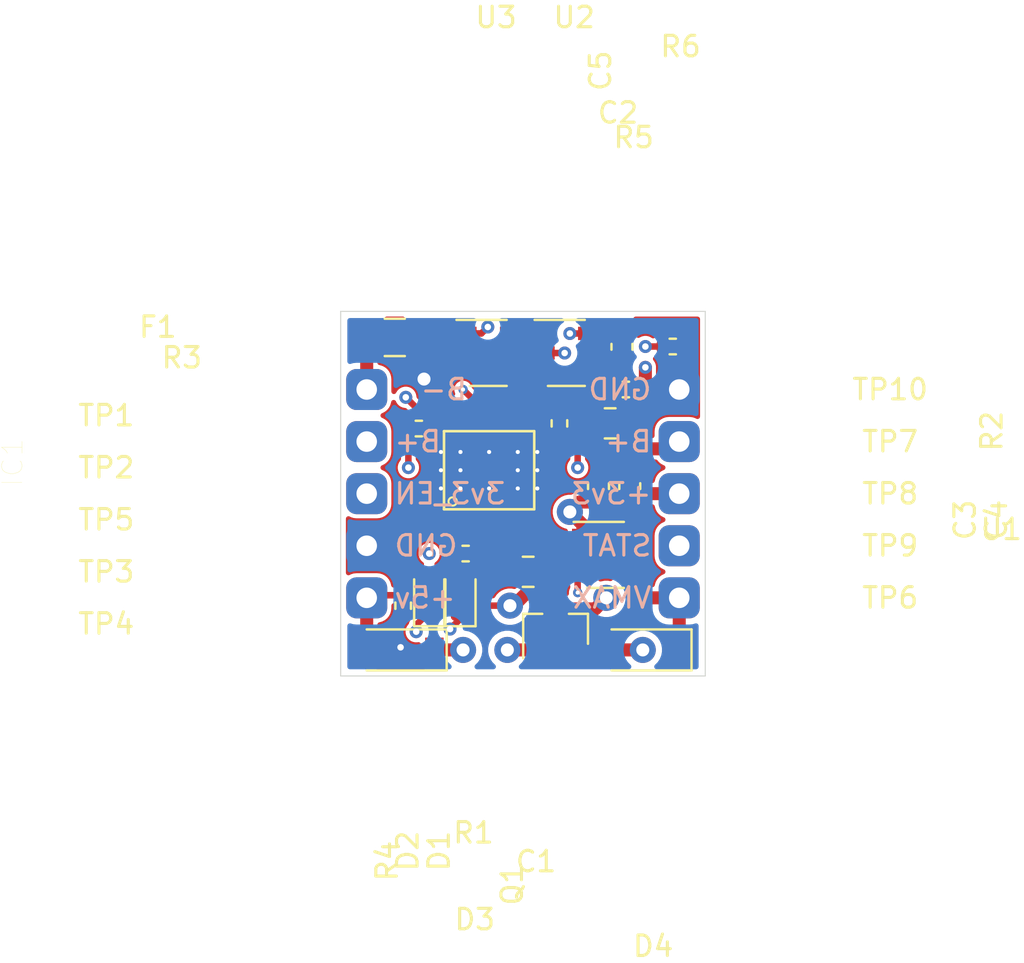
<source format=kicad_pcb>
(kicad_pcb (version 20171130) (host pcbnew 5.1.8)

  (general
    (thickness 1.6)
    (drawings 16)
    (tracks 163)
    (zones 0)
    (modules 31)
    (nets 22)
  )

  (page A4)
  (layers
    (0 F.Cu mixed)
    (1 In1.Cu mixed)
    (2 In2.Cu mixed)
    (31 B.Cu mixed)
    (32 B.Adhes user)
    (33 F.Adhes user)
    (34 B.Paste user)
    (35 F.Paste user)
    (36 B.SilkS user)
    (37 F.SilkS user)
    (38 B.Mask user)
    (39 F.Mask user)
    (40 Dwgs.User user)
    (41 Cmts.User user)
    (42 Eco1.User user)
    (43 Eco2.User user)
    (44 Edge.Cuts user)
    (45 Margin user)
    (46 B.CrtYd user)
    (47 F.CrtYd user)
    (48 B.Fab user hide)
    (49 F.Fab user hide)
  )

  (setup
    (last_trace_width 0.25)
    (user_trace_width 0.2)
    (user_trace_width 0.3175)
    (user_trace_width 0.635)
    (user_trace_width 0.762)
    (user_trace_width 1.27)
    (user_trace_width 2)
    (trace_clearance 0.2)
    (zone_clearance 0.2)
    (zone_45_only no)
    (trace_min 0.2)
    (via_size 0.8)
    (via_drill 0.4)
    (via_min_size 0.45)
    (via_min_drill 0.2)
    (user_via 0.45 0.2)
    (user_via 0.635 0.3175)
    (user_via 0.762 0.381)
    (user_via 1.27 0.635)
    (user_via 2 1)
    (uvia_size 0.3)
    (uvia_drill 0.1)
    (uvias_allowed no)
    (uvia_min_size 0.2)
    (uvia_min_drill 0.1)
    (edge_width 0.05)
    (segment_width 0.2)
    (pcb_text_width 0.3)
    (pcb_text_size 1.5 1.5)
    (mod_edge_width 0.12)
    (mod_text_size 1 1)
    (mod_text_width 0.15)
    (pad_size 1.524 1.524)
    (pad_drill 0.762)
    (pad_to_mask_clearance 0)
    (aux_axis_origin 0 0)
    (visible_elements FFFFFF7F)
    (pcbplotparams
      (layerselection 0x010fc_ffffffff)
      (usegerberextensions false)
      (usegerberattributes true)
      (usegerberadvancedattributes true)
      (creategerberjobfile true)
      (excludeedgelayer true)
      (linewidth 0.100000)
      (plotframeref false)
      (viasonmask false)
      (mode 1)
      (useauxorigin false)
      (hpglpennumber 1)
      (hpglpenspeed 20)
      (hpglpendiameter 15.000000)
      (psnegative false)
      (psa4output false)
      (plotreference true)
      (plotvalue true)
      (plotinvisibletext false)
      (padsonsilk false)
      (subtractmaskfromsilk false)
      (outputformat 1)
      (mirror false)
      (drillshape 1)
      (scaleselection 1)
      (outputdirectory ""))
  )

  (net 0 "")
  (net 1 GND)
  (net 2 "Net-(C1-Pad1)")
  (net 3 /+BATT)
  (net 4 /-BATT)
  (net 5 "Net-(C5-Pad1)")
  (net 6 "Net-(D1-Pad1)")
  (net 7 "Net-(D2-Pad1)")
  (net 8 /+CHARGE)
  (net 9 /VMAX)
  (net 10 /-BATT_RAW)
  (net 11 /STAT)
  (net 12 /charge-controller/~STDBY)
  (net 13 /charge-controller/PROG)
  (net 14 "Net-(R6-Pad1)")
  (net 15 /3v3_EN)
  (net 16 /+3v3)
  (net 17 "Net-(U1-Pad4)")
  (net 18 "Net-(U2-Pad4)")
  (net 19 "Net-(U2-Pad3)")
  (net 20 "Net-(U2-Pad1)")
  (net 21 "Net-(U3-Pad2)")

  (net_class Default "This is the default net class."
    (clearance 0.2)
    (trace_width 0.25)
    (via_dia 0.8)
    (via_drill 0.4)
    (uvia_dia 0.3)
    (uvia_drill 0.1)
    (add_net /+3v3)
    (add_net /+BATT)
    (add_net /+CHARGE)
    (add_net /-BATT)
    (add_net /-BATT_RAW)
    (add_net /3v3_EN)
    (add_net /STAT)
    (add_net /VMAX)
    (add_net /charge-controller/PROG)
    (add_net /charge-controller/~STDBY)
    (add_net GND)
    (add_net "Net-(C1-Pad1)")
    (add_net "Net-(C5-Pad1)")
    (add_net "Net-(D1-Pad1)")
    (add_net "Net-(D2-Pad1)")
    (add_net "Net-(R6-Pad1)")
    (add_net "Net-(U1-Pad4)")
    (add_net "Net-(U2-Pad1)")
    (add_net "Net-(U2-Pad3)")
    (add_net "Net-(U2-Pad4)")
    (add_net "Net-(U3-Pad2)")
  )

  (module Capacitor_SMD:C_0603_1608Metric (layer F.Cu) (tedit 5F68FEEE) (tstamp 5FC39DC3)
    (at 121.666 52.5275 90)
    (descr "Capacitor SMD 0603 (1608 Metric), square (rectangular) end terminal, IPC_7351 nominal, (Body size source: IPC-SM-782 page 76, https://www.pcb-3d.com/wordpress/wp-content/uploads/ipc-sm-782a_amendment_1_and_2.pdf), generated with kicad-footprint-generator")
    (tags capacitor)
    (path /5FC95DBB/5FC96E89)
    (attr smd)
    (fp_text reference C5 (at 13.462 -1.049 90) (layer F.SilkS)
      (effects (font (size 1 1) (thickness 0.15)))
    )
    (fp_text value 100nF (at 0 1.43 90) (layer F.Fab)
      (effects (font (size 1 1) (thickness 0.15)))
    )
    (fp_line (start 1.48 0.73) (end -1.48 0.73) (layer F.CrtYd) (width 0.05))
    (fp_line (start 1.48 -0.73) (end 1.48 0.73) (layer F.CrtYd) (width 0.05))
    (fp_line (start -1.48 -0.73) (end 1.48 -0.73) (layer F.CrtYd) (width 0.05))
    (fp_line (start -1.48 0.73) (end -1.48 -0.73) (layer F.CrtYd) (width 0.05))
    (fp_line (start -0.14058 0.51) (end 0.14058 0.51) (layer F.SilkS) (width 0.12))
    (fp_line (start -0.14058 -0.51) (end 0.14058 -0.51) (layer F.SilkS) (width 0.12))
    (fp_line (start 0.8 0.4) (end -0.8 0.4) (layer F.Fab) (width 0.1))
    (fp_line (start 0.8 -0.4) (end 0.8 0.4) (layer F.Fab) (width 0.1))
    (fp_line (start -0.8 -0.4) (end 0.8 -0.4) (layer F.Fab) (width 0.1))
    (fp_line (start -0.8 0.4) (end -0.8 -0.4) (layer F.Fab) (width 0.1))
    (fp_text user %R (at 0 0 90) (layer F.Fab)
      (effects (font (size 0.4 0.4) (thickness 0.06)))
    )
    (pad 2 smd roundrect (at 0.775 0 90) (size 0.9 0.95) (layers F.Cu F.Paste F.Mask) (roundrect_rratio 0.25)
      (net 4 /-BATT))
    (pad 1 smd roundrect (at -0.775 0 90) (size 0.9 0.95) (layers F.Cu F.Paste F.Mask) (roundrect_rratio 0.25)
      (net 5 "Net-(C5-Pad1)"))
    (model ${KISYS3DMOD}/Capacitor_SMD.3dshapes/C_0603_1608Metric.wrl
      (at (xyz 0 0 0))
      (scale (xyz 1 1 1))
      (rotate (xyz 0 0 0))
    )
  )

  (module Capacitor_SMD:C_0603_1608Metric (layer F.Cu) (tedit 5F68FEEE) (tstamp 5FC39DB2)
    (at 122.047 59.322 90)
    (descr "Capacitor SMD 0603 (1608 Metric), square (rectangular) end terminal, IPC_7351 nominal, (Body size source: IPC-SM-782 page 76, https://www.pcb-3d.com/wordpress/wp-content/uploads/ipc-sm-782a_amendment_1_and_2.pdf), generated with kicad-footprint-generator")
    (tags capacitor)
    (path /5FC8E9A5/5FC8F311)
    (attr smd)
    (fp_text reference C4 (at -1.651 17.874 90) (layer F.SilkS)
      (effects (font (size 1 1) (thickness 0.15)))
    )
    (fp_text value 1uF (at 0 1.43 90) (layer F.Fab)
      (effects (font (size 1 1) (thickness 0.15)))
    )
    (fp_line (start 1.48 0.73) (end -1.48 0.73) (layer F.CrtYd) (width 0.05))
    (fp_line (start 1.48 -0.73) (end 1.48 0.73) (layer F.CrtYd) (width 0.05))
    (fp_line (start -1.48 -0.73) (end 1.48 -0.73) (layer F.CrtYd) (width 0.05))
    (fp_line (start -1.48 0.73) (end -1.48 -0.73) (layer F.CrtYd) (width 0.05))
    (fp_line (start -0.14058 0.51) (end 0.14058 0.51) (layer F.SilkS) (width 0.12))
    (fp_line (start -0.14058 -0.51) (end 0.14058 -0.51) (layer F.SilkS) (width 0.12))
    (fp_line (start 0.8 0.4) (end -0.8 0.4) (layer F.Fab) (width 0.1))
    (fp_line (start 0.8 -0.4) (end 0.8 0.4) (layer F.Fab) (width 0.1))
    (fp_line (start -0.8 -0.4) (end 0.8 -0.4) (layer F.Fab) (width 0.1))
    (fp_line (start -0.8 0.4) (end -0.8 -0.4) (layer F.Fab) (width 0.1))
    (fp_text user %R (at 0 0 90) (layer F.Fab)
      (effects (font (size 0.4 0.4) (thickness 0.06)))
    )
    (pad 2 smd roundrect (at 0.775 0 90) (size 0.9 0.95) (layers F.Cu F.Paste F.Mask) (roundrect_rratio 0.25)
      (net 1 GND))
    (pad 1 smd roundrect (at -0.775 0 90) (size 0.9 0.95) (layers F.Cu F.Paste F.Mask) (roundrect_rratio 0.25)
      (net 16 /+3v3))
    (model ${KISYS3DMOD}/Capacitor_SMD.3dshapes/C_0603_1608Metric.wrl
      (at (xyz 0 0 0))
      (scale (xyz 1 1 1))
      (rotate (xyz 0 0 0))
    )
  )

  (module Capacitor_SMD:C_0603_1608Metric (layer F.Cu) (tedit 5F68FEEE) (tstamp 5FC39DA1)
    (at 120.523 59.322 90)
    (descr "Capacitor SMD 0603 (1608 Metric), square (rectangular) end terminal, IPC_7351 nominal, (Body size source: IPC-SM-782 page 76, https://www.pcb-3d.com/wordpress/wp-content/uploads/ipc-sm-782a_amendment_1_and_2.pdf), generated with kicad-footprint-generator")
    (tags capacitor)
    (path /5FC8E9A5/5FC8F30B)
    (attr smd)
    (fp_text reference C3 (at -1.651 17.874 90) (layer F.SilkS)
      (effects (font (size 1 1) (thickness 0.15)))
    )
    (fp_text value 1uF (at 0 1.43 90) (layer F.Fab)
      (effects (font (size 1 1) (thickness 0.15)))
    )
    (fp_line (start 1.48 0.73) (end -1.48 0.73) (layer F.CrtYd) (width 0.05))
    (fp_line (start 1.48 -0.73) (end 1.48 0.73) (layer F.CrtYd) (width 0.05))
    (fp_line (start -1.48 -0.73) (end 1.48 -0.73) (layer F.CrtYd) (width 0.05))
    (fp_line (start -1.48 0.73) (end -1.48 -0.73) (layer F.CrtYd) (width 0.05))
    (fp_line (start -0.14058 0.51) (end 0.14058 0.51) (layer F.SilkS) (width 0.12))
    (fp_line (start -0.14058 -0.51) (end 0.14058 -0.51) (layer F.SilkS) (width 0.12))
    (fp_line (start 0.8 0.4) (end -0.8 0.4) (layer F.Fab) (width 0.1))
    (fp_line (start 0.8 -0.4) (end 0.8 0.4) (layer F.Fab) (width 0.1))
    (fp_line (start -0.8 -0.4) (end 0.8 -0.4) (layer F.Fab) (width 0.1))
    (fp_line (start -0.8 0.4) (end -0.8 -0.4) (layer F.Fab) (width 0.1))
    (fp_text user %R (at 0 0 90) (layer F.Fab)
      (effects (font (size 0.4 0.4) (thickness 0.06)))
    )
    (pad 2 smd roundrect (at 0.775 0 90) (size 0.9 0.95) (layers F.Cu F.Paste F.Mask) (roundrect_rratio 0.25)
      (net 1 GND))
    (pad 1 smd roundrect (at -0.775 0 90) (size 0.9 0.95) (layers F.Cu F.Paste F.Mask) (roundrect_rratio 0.25)
      (net 9 /VMAX))
    (model ${KISYS3DMOD}/Capacitor_SMD.3dshapes/C_0603_1608Metric.wrl
      (at (xyz 0 0 0))
      (scale (xyz 1 1 1))
      (rotate (xyz 0 0 0))
    )
  )

  (module Capacitor_SMD:C_0805_2012Metric (layer F.Cu) (tedit 5F68FEEE) (tstamp 5FC39D90)
    (at 121.092 56.261)
    (descr "Capacitor SMD 0805 (2012 Metric), square (rectangular) end terminal, IPC_7351 nominal, (Body size source: IPC-SM-782 page 76, https://www.pcb-3d.com/wordpress/wp-content/uploads/ipc-sm-782a_amendment_1_and_2.pdf, https://docs.google.com/spreadsheets/d/1BsfQQcO9C6DZCsRaXUlFlo91Tg2WpOkGARC1WS5S8t0/edit?usp=sharing), generated with kicad-footprint-generator")
    (tags capacitor)
    (path /5FC467D5/5FC5BC6C)
    (attr smd)
    (fp_text reference C2 (at 0.381 -15.142) (layer F.SilkS)
      (effects (font (size 1 1) (thickness 0.15)))
    )
    (fp_text value 10uF (at 0 1.68) (layer F.Fab)
      (effects (font (size 1 1) (thickness 0.15)))
    )
    (fp_line (start 1.7 0.98) (end -1.7 0.98) (layer F.CrtYd) (width 0.05))
    (fp_line (start 1.7 -0.98) (end 1.7 0.98) (layer F.CrtYd) (width 0.05))
    (fp_line (start -1.7 -0.98) (end 1.7 -0.98) (layer F.CrtYd) (width 0.05))
    (fp_line (start -1.7 0.98) (end -1.7 -0.98) (layer F.CrtYd) (width 0.05))
    (fp_line (start -0.261252 0.735) (end 0.261252 0.735) (layer F.SilkS) (width 0.12))
    (fp_line (start -0.261252 -0.735) (end 0.261252 -0.735) (layer F.SilkS) (width 0.12))
    (fp_line (start 1 0.625) (end -1 0.625) (layer F.Fab) (width 0.1))
    (fp_line (start 1 -0.625) (end 1 0.625) (layer F.Fab) (width 0.1))
    (fp_line (start -1 -0.625) (end 1 -0.625) (layer F.Fab) (width 0.1))
    (fp_line (start -1 0.625) (end -1 -0.625) (layer F.Fab) (width 0.1))
    (fp_text user %R (at 0 0) (layer F.Fab)
      (effects (font (size 0.5 0.5) (thickness 0.08)))
    )
    (pad 2 smd roundrect (at 0.95 0) (size 1 1.45) (layers F.Cu F.Paste F.Mask) (roundrect_rratio 0.25)
      (net 1 GND))
    (pad 1 smd roundrect (at -0.95 0) (size 1 1.45) (layers F.Cu F.Paste F.Mask) (roundrect_rratio 0.25)
      (net 3 /+BATT))
    (model ${KISYS3DMOD}/Capacitor_SMD.3dshapes/C_0805_2012Metric.wrl
      (at (xyz 0 0 0))
      (scale (xyz 1 1 1))
      (rotate (xyz 0 0 0))
    )
  )

  (module Capacitor_SMD:C_0805_2012Metric (layer F.Cu) (tedit 5F68FEEE) (tstamp 5FC39D7F)
    (at 117.094 63.5 180)
    (descr "Capacitor SMD 0805 (2012 Metric), square (rectangular) end terminal, IPC_7351 nominal, (Body size source: IPC-SM-782 page 76, https://www.pcb-3d.com/wordpress/wp-content/uploads/ipc-sm-782a_amendment_1_and_2.pdf, https://docs.google.com/spreadsheets/d/1BsfQQcO9C6DZCsRaXUlFlo91Tg2WpOkGARC1WS5S8t0/edit?usp=sharing), generated with kicad-footprint-generator")
    (tags capacitor)
    (path /5FC467D5/5FC5BC65)
    (attr smd)
    (fp_text reference C1 (at -0.381 -14.126) (layer F.SilkS)
      (effects (font (size 1 1) (thickness 0.15)))
    )
    (fp_text value 10uF (at 0 1.68) (layer F.Fab)
      (effects (font (size 1 1) (thickness 0.15)))
    )
    (fp_line (start 1.7 0.98) (end -1.7 0.98) (layer F.CrtYd) (width 0.05))
    (fp_line (start 1.7 -0.98) (end 1.7 0.98) (layer F.CrtYd) (width 0.05))
    (fp_line (start -1.7 -0.98) (end 1.7 -0.98) (layer F.CrtYd) (width 0.05))
    (fp_line (start -1.7 0.98) (end -1.7 -0.98) (layer F.CrtYd) (width 0.05))
    (fp_line (start -0.261252 0.735) (end 0.261252 0.735) (layer F.SilkS) (width 0.12))
    (fp_line (start -0.261252 -0.735) (end 0.261252 -0.735) (layer F.SilkS) (width 0.12))
    (fp_line (start 1 0.625) (end -1 0.625) (layer F.Fab) (width 0.1))
    (fp_line (start 1 -0.625) (end 1 0.625) (layer F.Fab) (width 0.1))
    (fp_line (start -1 -0.625) (end 1 -0.625) (layer F.Fab) (width 0.1))
    (fp_line (start -1 0.625) (end -1 -0.625) (layer F.Fab) (width 0.1))
    (fp_text user %R (at 0 0) (layer F.Fab)
      (effects (font (size 0.5 0.5) (thickness 0.08)))
    )
    (pad 2 smd roundrect (at 0.95 0 180) (size 1 1.45) (layers F.Cu F.Paste F.Mask) (roundrect_rratio 0.25)
      (net 1 GND))
    (pad 1 smd roundrect (at -0.95 0 180) (size 1 1.45) (layers F.Cu F.Paste F.Mask) (roundrect_rratio 0.25)
      (net 2 "Net-(C1-Pad1)"))
    (model ${KISYS3DMOD}/Capacitor_SMD.3dshapes/C_0805_2012Metric.wrl
      (at (xyz 0 0 0))
      (scale (xyz 1 1 1))
      (rotate (xyz 0 0 0))
    )
  )

  (module Diode_SMD:D_SOD-123 (layer F.Cu) (tedit 58645DC7) (tstamp 5FC39E19)
    (at 122.81 67.31 180)
    (descr SOD-123)
    (tags SOD-123)
    (path /5FC721ED/5FC78D94)
    (attr smd)
    (fp_text reference D4 (at -0.381 -14.446) (layer F.SilkS)
      (effects (font (size 1 1) (thickness 0.15)))
    )
    (fp_text value D_Schottky (at 0 2.1) (layer F.Fab)
      (effects (font (size 1 1) (thickness 0.15)))
    )
    (fp_line (start -2.25 -1) (end 1.65 -1) (layer F.SilkS) (width 0.12))
    (fp_line (start -2.25 1) (end 1.65 1) (layer F.SilkS) (width 0.12))
    (fp_line (start -2.35 -1.15) (end -2.35 1.15) (layer F.CrtYd) (width 0.05))
    (fp_line (start 2.35 1.15) (end -2.35 1.15) (layer F.CrtYd) (width 0.05))
    (fp_line (start 2.35 -1.15) (end 2.35 1.15) (layer F.CrtYd) (width 0.05))
    (fp_line (start -2.35 -1.15) (end 2.35 -1.15) (layer F.CrtYd) (width 0.05))
    (fp_line (start -1.4 -0.9) (end 1.4 -0.9) (layer F.Fab) (width 0.1))
    (fp_line (start 1.4 -0.9) (end 1.4 0.9) (layer F.Fab) (width 0.1))
    (fp_line (start 1.4 0.9) (end -1.4 0.9) (layer F.Fab) (width 0.1))
    (fp_line (start -1.4 0.9) (end -1.4 -0.9) (layer F.Fab) (width 0.1))
    (fp_line (start -0.75 0) (end -0.35 0) (layer F.Fab) (width 0.1))
    (fp_line (start -0.35 0) (end -0.35 -0.55) (layer F.Fab) (width 0.1))
    (fp_line (start -0.35 0) (end -0.35 0.55) (layer F.Fab) (width 0.1))
    (fp_line (start -0.35 0) (end 0.25 -0.4) (layer F.Fab) (width 0.1))
    (fp_line (start 0.25 -0.4) (end 0.25 0.4) (layer F.Fab) (width 0.1))
    (fp_line (start 0.25 0.4) (end -0.35 0) (layer F.Fab) (width 0.1))
    (fp_line (start 0.25 0) (end 0.75 0) (layer F.Fab) (width 0.1))
    (fp_line (start -2.25 -1) (end -2.25 1) (layer F.SilkS) (width 0.12))
    (fp_text user %R (at 0 -2) (layer F.Fab)
      (effects (font (size 1 1) (thickness 0.15)))
    )
    (pad 2 smd rect (at 1.65 0 180) (size 0.9 1.2) (layers F.Cu F.Paste F.Mask)
      (net 8 /+CHARGE))
    (pad 1 smd rect (at -1.65 0 180) (size 0.9 1.2) (layers F.Cu F.Paste F.Mask)
      (net 9 /VMAX))
    (model ${KISYS3DMOD}/Diode_SMD.3dshapes/D_SOD-123.wrl
      (at (xyz 0 0 0))
      (scale (xyz 1 1 1))
      (rotate (xyz 0 0 0))
    )
  )

  (module Diode_SMD:D_SOD-123 (layer F.Cu) (tedit 58645DC7) (tstamp 5FC39E01)
    (at 110.87 67.31 180)
    (descr SOD-123)
    (tags SOD-123)
    (path /5FC467D5/5FC3EFB8)
    (attr smd)
    (fp_text reference D3 (at -3.6205 -13.1445) (layer F.SilkS)
      (effects (font (size 1 1) (thickness 0.15)))
    )
    (fp_text value D_Schottky (at 0 2.1) (layer F.Fab)
      (effects (font (size 1 1) (thickness 0.15)))
    )
    (fp_line (start -2.25 -1) (end 1.65 -1) (layer F.SilkS) (width 0.12))
    (fp_line (start -2.25 1) (end 1.65 1) (layer F.SilkS) (width 0.12))
    (fp_line (start -2.35 -1.15) (end -2.35 1.15) (layer F.CrtYd) (width 0.05))
    (fp_line (start 2.35 1.15) (end -2.35 1.15) (layer F.CrtYd) (width 0.05))
    (fp_line (start 2.35 -1.15) (end 2.35 1.15) (layer F.CrtYd) (width 0.05))
    (fp_line (start -2.35 -1.15) (end 2.35 -1.15) (layer F.CrtYd) (width 0.05))
    (fp_line (start -1.4 -0.9) (end 1.4 -0.9) (layer F.Fab) (width 0.1))
    (fp_line (start 1.4 -0.9) (end 1.4 0.9) (layer F.Fab) (width 0.1))
    (fp_line (start 1.4 0.9) (end -1.4 0.9) (layer F.Fab) (width 0.1))
    (fp_line (start -1.4 0.9) (end -1.4 -0.9) (layer F.Fab) (width 0.1))
    (fp_line (start -0.75 0) (end -0.35 0) (layer F.Fab) (width 0.1))
    (fp_line (start -0.35 0) (end -0.35 -0.55) (layer F.Fab) (width 0.1))
    (fp_line (start -0.35 0) (end -0.35 0.55) (layer F.Fab) (width 0.1))
    (fp_line (start -0.35 0) (end 0.25 -0.4) (layer F.Fab) (width 0.1))
    (fp_line (start 0.25 -0.4) (end 0.25 0.4) (layer F.Fab) (width 0.1))
    (fp_line (start 0.25 0.4) (end -0.35 0) (layer F.Fab) (width 0.1))
    (fp_line (start 0.25 0) (end 0.75 0) (layer F.Fab) (width 0.1))
    (fp_line (start -2.25 -1) (end -2.25 1) (layer F.SilkS) (width 0.12))
    (fp_text user %R (at 0 -2) (layer F.Fab)
      (effects (font (size 1 1) (thickness 0.15)))
    )
    (pad 2 smd rect (at 1.65 0 180) (size 0.9 1.2) (layers F.Cu F.Paste F.Mask)
      (net 8 /+CHARGE))
    (pad 1 smd rect (at -1.65 0 180) (size 0.9 1.2) (layers F.Cu F.Paste F.Mask)
      (net 2 "Net-(C1-Pad1)"))
    (model ${KISYS3DMOD}/Diode_SMD.3dshapes/D_SOD-123.wrl
      (at (xyz 0 0 0))
      (scale (xyz 1 1 1))
      (rotate (xyz 0 0 0))
    )
  )

  (module Package_TO_SOT_SMD:SOT-23-6 (layer F.Cu) (tedit 5A02FF57) (tstamp 5FC39F2A)
    (at 115.146 52.826)
    (descr "6-pin SOT-23 package")
    (tags SOT-23-6)
    (path /5FC95DBB/5FC96EAA)
    (attr smd)
    (fp_text reference U3 (at 0.381 -16.362) (layer F.SilkS)
      (effects (font (size 1 1) (thickness 0.15)))
    )
    (fp_text value FS8205 (at 0 2.9) (layer F.Fab)
      (effects (font (size 1 1) (thickness 0.15)))
    )
    (fp_line (start 0.9 -1.55) (end 0.9 1.55) (layer F.Fab) (width 0.1))
    (fp_line (start 0.9 1.55) (end -0.9 1.55) (layer F.Fab) (width 0.1))
    (fp_line (start -0.9 -0.9) (end -0.9 1.55) (layer F.Fab) (width 0.1))
    (fp_line (start 0.9 -1.55) (end -0.25 -1.55) (layer F.Fab) (width 0.1))
    (fp_line (start -0.9 -0.9) (end -0.25 -1.55) (layer F.Fab) (width 0.1))
    (fp_line (start -1.9 -1.8) (end -1.9 1.8) (layer F.CrtYd) (width 0.05))
    (fp_line (start -1.9 1.8) (end 1.9 1.8) (layer F.CrtYd) (width 0.05))
    (fp_line (start 1.9 1.8) (end 1.9 -1.8) (layer F.CrtYd) (width 0.05))
    (fp_line (start 1.9 -1.8) (end -1.9 -1.8) (layer F.CrtYd) (width 0.05))
    (fp_line (start 0.9 -1.61) (end -1.55 -1.61) (layer F.SilkS) (width 0.12))
    (fp_line (start -0.9 1.61) (end 0.9 1.61) (layer F.SilkS) (width 0.12))
    (fp_text user %R (at 0 0 90) (layer F.Fab)
      (effects (font (size 0.5 0.5) (thickness 0.075)))
    )
    (pad 5 smd rect (at 1.1 0) (size 1.06 0.65) (layers F.Cu F.Paste F.Mask)
      (net 21 "Net-(U3-Pad2)"))
    (pad 6 smd rect (at 1.1 -0.95) (size 1.06 0.65) (layers F.Cu F.Paste F.Mask)
      (net 20 "Net-(U2-Pad1)"))
    (pad 4 smd rect (at 1.1 0.95) (size 1.06 0.65) (layers F.Cu F.Paste F.Mask)
      (net 19 "Net-(U2-Pad3)"))
    (pad 3 smd rect (at -1.1 0.95) (size 1.06 0.65) (layers F.Cu F.Paste F.Mask)
      (net 1 GND))
    (pad 2 smd rect (at -1.1 0) (size 1.06 0.65) (layers F.Cu F.Paste F.Mask)
      (net 21 "Net-(U3-Pad2)"))
    (pad 1 smd rect (at -1.1 -0.95) (size 1.06 0.65) (layers F.Cu F.Paste F.Mask)
      (net 4 /-BATT))
    (model ${KISYS3DMOD}/Package_TO_SOT_SMD.3dshapes/SOT-23-6.wrl
      (at (xyz 0 0 0))
      (scale (xyz 1 1 1))
      (rotate (xyz 0 0 0))
    )
  )

  (module Package_TO_SOT_SMD:SOT-23-6 (layer F.Cu) (tedit 5A02FF57) (tstamp 5FC39F14)
    (at 118.956 52.826)
    (descr "6-pin SOT-23 package")
    (tags SOT-23-6)
    (path /5FC95DBB/5FC96EC8)
    (attr smd)
    (fp_text reference U2 (at 0.381 -16.362) (layer F.SilkS)
      (effects (font (size 1 1) (thickness 0.15)))
    )
    (fp_text value AP9101CK6 (at 0 2.9) (layer F.Fab)
      (effects (font (size 1 1) (thickness 0.15)))
    )
    (fp_line (start 0.9 -1.55) (end 0.9 1.55) (layer F.Fab) (width 0.1))
    (fp_line (start 0.9 1.55) (end -0.9 1.55) (layer F.Fab) (width 0.1))
    (fp_line (start -0.9 -0.9) (end -0.9 1.55) (layer F.Fab) (width 0.1))
    (fp_line (start 0.9 -1.55) (end -0.25 -1.55) (layer F.Fab) (width 0.1))
    (fp_line (start -0.9 -0.9) (end -0.25 -1.55) (layer F.Fab) (width 0.1))
    (fp_line (start -1.9 -1.8) (end -1.9 1.8) (layer F.CrtYd) (width 0.05))
    (fp_line (start -1.9 1.8) (end 1.9 1.8) (layer F.CrtYd) (width 0.05))
    (fp_line (start 1.9 1.8) (end 1.9 -1.8) (layer F.CrtYd) (width 0.05))
    (fp_line (start 1.9 -1.8) (end -1.9 -1.8) (layer F.CrtYd) (width 0.05))
    (fp_line (start 0.9 -1.61) (end -1.55 -1.61) (layer F.SilkS) (width 0.12))
    (fp_line (start -0.9 1.61) (end 0.9 1.61) (layer F.SilkS) (width 0.12))
    (fp_text user %R (at 0 0 90) (layer F.Fab)
      (effects (font (size 0.5 0.5) (thickness 0.075)))
    )
    (pad 5 smd rect (at 1.1 0) (size 1.06 0.65) (layers F.Cu F.Paste F.Mask)
      (net 5 "Net-(C5-Pad1)"))
    (pad 6 smd rect (at 1.1 -0.95) (size 1.06 0.65) (layers F.Cu F.Paste F.Mask)
      (net 4 /-BATT))
    (pad 4 smd rect (at 1.1 0.95) (size 1.06 0.65) (layers F.Cu F.Paste F.Mask)
      (net 18 "Net-(U2-Pad4)"))
    (pad 3 smd rect (at -1.1 0.95) (size 1.06 0.65) (layers F.Cu F.Paste F.Mask)
      (net 19 "Net-(U2-Pad3)"))
    (pad 2 smd rect (at -1.1 0) (size 1.06 0.65) (layers F.Cu F.Paste F.Mask)
      (net 14 "Net-(R6-Pad1)"))
    (pad 1 smd rect (at -1.1 -0.95) (size 1.06 0.65) (layers F.Cu F.Paste F.Mask)
      (net 20 "Net-(U2-Pad1)"))
    (model ${KISYS3DMOD}/Package_TO_SOT_SMD.3dshapes/SOT-23-6.wrl
      (at (xyz 0 0 0))
      (scale (xyz 1 1 1))
      (rotate (xyz 0 0 0))
    )
  )

  (module Package_TO_SOT_SMD:SOT-23-5 (layer F.Cu) (tedit 5A02FF57) (tstamp 5FC39EFE)
    (at 120.861 62.677)
    (descr "5-pin SOT23 package")
    (tags SOT-23-5)
    (path /5FC8E9A5/5FC8F2FB)
    (attr smd)
    (fp_text reference U1 (at 19.304 -1.249) (layer F.SilkS)
      (effects (font (size 1 1) (thickness 0.15)))
    )
    (fp_text value AP2112K-3.3 (at 0 2.9) (layer F.Fab)
      (effects (font (size 1 1) (thickness 0.15)))
    )
    (fp_line (start 0.9 -1.55) (end 0.9 1.55) (layer F.Fab) (width 0.1))
    (fp_line (start 0.9 1.55) (end -0.9 1.55) (layer F.Fab) (width 0.1))
    (fp_line (start -0.9 -0.9) (end -0.9 1.55) (layer F.Fab) (width 0.1))
    (fp_line (start 0.9 -1.55) (end -0.25 -1.55) (layer F.Fab) (width 0.1))
    (fp_line (start -0.9 -0.9) (end -0.25 -1.55) (layer F.Fab) (width 0.1))
    (fp_line (start -1.9 1.8) (end -1.9 -1.8) (layer F.CrtYd) (width 0.05))
    (fp_line (start 1.9 1.8) (end -1.9 1.8) (layer F.CrtYd) (width 0.05))
    (fp_line (start 1.9 -1.8) (end 1.9 1.8) (layer F.CrtYd) (width 0.05))
    (fp_line (start -1.9 -1.8) (end 1.9 -1.8) (layer F.CrtYd) (width 0.05))
    (fp_line (start 0.9 -1.61) (end -1.55 -1.61) (layer F.SilkS) (width 0.12))
    (fp_line (start -0.9 1.61) (end 0.9 1.61) (layer F.SilkS) (width 0.12))
    (fp_text user %R (at 0 0 90) (layer F.Fab)
      (effects (font (size 0.5 0.5) (thickness 0.075)))
    )
    (pad 5 smd rect (at 1.1 -0.95) (size 1.06 0.65) (layers F.Cu F.Paste F.Mask)
      (net 16 /+3v3))
    (pad 4 smd rect (at 1.1 0.95) (size 1.06 0.65) (layers F.Cu F.Paste F.Mask)
      (net 17 "Net-(U1-Pad4)"))
    (pad 3 smd rect (at -1.1 0.95) (size 1.06 0.65) (layers F.Cu F.Paste F.Mask)
      (net 15 /3v3_EN))
    (pad 2 smd rect (at -1.1 0) (size 1.06 0.65) (layers F.Cu F.Paste F.Mask)
      (net 1 GND))
    (pad 1 smd rect (at -1.1 -0.95) (size 1.06 0.65) (layers F.Cu F.Paste F.Mask)
      (net 9 /VMAX))
    (model ${KISYS3DMOD}/Package_TO_SOT_SMD.3dshapes/SOT-23-5.wrl
      (at (xyz 0 0 0))
      (scale (xyz 1 1 1))
      (rotate (xyz 0 0 0))
    )
  )

  (module Everything:castellated-2-pin (layer F.Cu) (tedit 5FB906DF) (tstamp 5FC39EE9)
    (at 124.46 54.61)
    (path /5FDD3737)
    (fp_text reference TP10 (at 10.287 0) (layer F.SilkS)
      (effects (font (size 1 1) (thickness 0.15)))
    )
    (fp_text value TestPoint (at 0 -2.032) (layer F.Fab)
      (effects (font (size 1 1) (thickness 0.15)))
    )
    (pad 1 thru_hole roundrect (at 0 0) (size 2 2) (drill 1) (layers *.Cu *.Mask) (roundrect_rratio 0.25)
      (net 1 GND) (solder_mask_margin 0.1) (clearance 0.2))
  )

  (module Everything:castellated-2-pin (layer F.Cu) (tedit 5FB906DF) (tstamp 5FC39EE4)
    (at 124.46 62.23)
    (path /5FDD3731)
    (fp_text reference TP9 (at 10.287 0) (layer F.SilkS)
      (effects (font (size 1 1) (thickness 0.15)))
    )
    (fp_text value TestPoint (at 0 -2.032) (layer F.Fab)
      (effects (font (size 1 1) (thickness 0.15)))
    )
    (pad 1 thru_hole roundrect (at 0 0) (size 2 2) (drill 1) (layers *.Cu *.Mask) (roundrect_rratio 0.25)
      (net 11 /STAT) (solder_mask_margin 0.1) (clearance 0.2))
  )

  (module Everything:castellated-2-pin (layer F.Cu) (tedit 5FB906DF) (tstamp 5FC39EDF)
    (at 124.46 59.69)
    (path /5FDCEEC3)
    (fp_text reference TP8 (at 10.287 0) (layer F.SilkS)
      (effects (font (size 1 1) (thickness 0.15)))
    )
    (fp_text value TestPoint (at 0 -2.032) (layer F.Fab)
      (effects (font (size 1 1) (thickness 0.15)))
    )
    (pad 1 thru_hole roundrect (at 0 0) (size 2 2) (drill 1) (layers *.Cu *.Mask) (roundrect_rratio 0.25)
      (net 16 /+3v3) (solder_mask_margin 0.1) (clearance 0.2))
  )

  (module Everything:castellated-2-pin (layer F.Cu) (tedit 5FB906DF) (tstamp 5FC39EDA)
    (at 124.46 57.15)
    (path /5FDCA79B)
    (fp_text reference TP7 (at 10.287 0) (layer F.SilkS)
      (effects (font (size 1 1) (thickness 0.15)))
    )
    (fp_text value TestPoint (at 0 -2.032) (layer F.Fab)
      (effects (font (size 1 1) (thickness 0.15)))
    )
    (pad 1 thru_hole roundrect (at 0 0) (size 2 2) (drill 1) (layers *.Cu *.Mask) (roundrect_rratio 0.25)
      (net 3 /+BATT) (solder_mask_margin 0.1) (clearance 0.2))
  )

  (module Everything:castellated-2-pin (layer F.Cu) (tedit 5FB906DF) (tstamp 5FC39ED5)
    (at 124.46 64.77)
    (path /5FDCA795)
    (fp_text reference TP6 (at 10.287 0) (layer F.SilkS)
      (effects (font (size 1 1) (thickness 0.15)))
    )
    (fp_text value TestPoint (at 0 -2.032) (layer F.Fab)
      (effects (font (size 1 1) (thickness 0.15)))
    )
    (pad 1 thru_hole roundrect (at 0 0) (size 2 2) (drill 1) (layers *.Cu *.Mask) (roundrect_rratio 0.25)
      (net 9 /VMAX) (solder_mask_margin 0.1) (clearance 0.2))
  )

  (module Everything:castellated-2-pin (layer F.Cu) (tedit 5FB906DF) (tstamp 5FC39ED0)
    (at 109.22 59.69)
    (path /5FDCEEC9)
    (fp_text reference TP5 (at -12.7 1.27) (layer F.SilkS)
      (effects (font (size 1 1) (thickness 0.15)))
    )
    (fp_text value TestPoint (at 0 -2.032) (layer F.Fab)
      (effects (font (size 1 1) (thickness 0.15)))
    )
    (pad 1 thru_hole roundrect (at 0 0) (size 2 2) (drill 1) (layers *.Cu *.Mask) (roundrect_rratio 0.25)
      (net 15 /3v3_EN) (solder_mask_margin 0.1) (clearance 0.2))
  )

  (module Everything:castellated-2-pin (layer F.Cu) (tedit 5FB906DF) (tstamp 5FC39ECB)
    (at 109.22 64.77)
    (path /5FDC5EFB)
    (fp_text reference TP4 (at -12.7 1.27) (layer F.SilkS)
      (effects (font (size 1 1) (thickness 0.15)))
    )
    (fp_text value TestPoint (at 0 -2.032) (layer F.Fab)
      (effects (font (size 1 1) (thickness 0.15)))
    )
    (pad 1 thru_hole roundrect (at 0 0) (size 2 2) (drill 1) (layers *.Cu *.Mask) (roundrect_rratio 0.25)
      (net 8 /+CHARGE) (solder_mask_margin 0.1) (clearance 0.2))
  )

  (module Everything:castellated-2-pin (layer F.Cu) (tedit 5FB906DF) (tstamp 5FC39EC6)
    (at 109.22 62.23)
    (path /5FDC5EF5)
    (fp_text reference TP3 (at -12.7 1.27) (layer F.SilkS)
      (effects (font (size 1 1) (thickness 0.15)))
    )
    (fp_text value TestPoint (at 0 -2.032) (layer F.Fab)
      (effects (font (size 1 1) (thickness 0.15)))
    )
    (pad 1 thru_hole roundrect (at 0 0) (size 2 2) (drill 1) (layers *.Cu *.Mask) (roundrect_rratio 0.25)
      (net 1 GND) (solder_mask_margin 0.1) (clearance 0.2))
  )

  (module Everything:castellated-2-pin (layer F.Cu) (tedit 5FB906DF) (tstamp 5FC39EC1)
    (at 109.22 57.15)
    (path /5FDBD051)
    (fp_text reference TP2 (at -12.7 1.27) (layer F.SilkS)
      (effects (font (size 1 1) (thickness 0.15)))
    )
    (fp_text value TestPoint (at 0 -2.032) (layer F.Fab)
      (effects (font (size 1 1) (thickness 0.15)))
    )
    (pad 1 thru_hole roundrect (at 0 0) (size 2 2) (drill 1) (layers *.Cu *.Mask) (roundrect_rratio 0.25)
      (net 3 /+BATT) (solder_mask_margin 0.1) (clearance 0.2))
  )

  (module Everything:castellated-2-pin (layer F.Cu) (tedit 5FB906DF) (tstamp 5FC39EBC)
    (at 109.22 54.61)
    (path /5FDB8806)
    (fp_text reference TP1 (at -12.7 1.27) (layer F.SilkS)
      (effects (font (size 1 1) (thickness 0.15)))
    )
    (fp_text value TestPoint (at 0 -2.032) (layer F.Fab)
      (effects (font (size 1 1) (thickness 0.15)))
    )
    (pad 1 thru_hole roundrect (at 0 0) (size 2 2) (drill 1) (layers *.Cu *.Mask) (roundrect_rratio 0.25)
      (net 10 /-BATT_RAW) (solder_mask_margin 0.1) (clearance 0.2))
  )

  (module Resistor_SMD:R_0402_1005Metric (layer F.Cu) (tedit 5F68FEEE) (tstamp 5FC39EB7)
    (at 124.1445 52.5145)
    (descr "Resistor SMD 0402 (1005 Metric), square (rectangular) end terminal, IPC_7351 nominal, (Body size source: IPC-SM-782 page 72, https://www.pcb-3d.com/wordpress/wp-content/uploads/ipc-sm-782a_amendment_1_and_2.pdf), generated with kicad-footprint-generator")
    (tags resistor)
    (path /5FC95DBB/5FC96E8F)
    (attr smd)
    (fp_text reference R6 (at 0.381 -14.632) (layer F.SilkS)
      (effects (font (size 1 1) (thickness 0.15)))
    )
    (fp_text value 2.7kOhm (at 0 1.17) (layer F.Fab)
      (effects (font (size 1 1) (thickness 0.15)))
    )
    (fp_line (start 0.93 0.47) (end -0.93 0.47) (layer F.CrtYd) (width 0.05))
    (fp_line (start 0.93 -0.47) (end 0.93 0.47) (layer F.CrtYd) (width 0.05))
    (fp_line (start -0.93 -0.47) (end 0.93 -0.47) (layer F.CrtYd) (width 0.05))
    (fp_line (start -0.93 0.47) (end -0.93 -0.47) (layer F.CrtYd) (width 0.05))
    (fp_line (start -0.153641 0.38) (end 0.153641 0.38) (layer F.SilkS) (width 0.12))
    (fp_line (start -0.153641 -0.38) (end 0.153641 -0.38) (layer F.SilkS) (width 0.12))
    (fp_line (start 0.525 0.27) (end -0.525 0.27) (layer F.Fab) (width 0.1))
    (fp_line (start 0.525 -0.27) (end 0.525 0.27) (layer F.Fab) (width 0.1))
    (fp_line (start -0.525 -0.27) (end 0.525 -0.27) (layer F.Fab) (width 0.1))
    (fp_line (start -0.525 0.27) (end -0.525 -0.27) (layer F.Fab) (width 0.1))
    (fp_text user %R (at 0 0) (layer F.Fab)
      (effects (font (size 0.26 0.26) (thickness 0.04)))
    )
    (pad 2 smd roundrect (at 0.51 0) (size 0.54 0.64) (layers F.Cu F.Paste F.Mask) (roundrect_rratio 0.25)
      (net 1 GND))
    (pad 1 smd roundrect (at -0.51 0) (size 0.54 0.64) (layers F.Cu F.Paste F.Mask) (roundrect_rratio 0.25)
      (net 14 "Net-(R6-Pad1)"))
    (model ${KISYS3DMOD}/Resistor_SMD.3dshapes/R_0402_1005Metric.wrl
      (at (xyz 0 0 0))
      (scale (xyz 1 1 1))
      (rotate (xyz 0 0 0))
    )
  )

  (module Resistor_SMD:R_0402_1005Metric (layer F.Cu) (tedit 5F68FEEE) (tstamp 5FC39EA6)
    (at 121.8585 54.61 180)
    (descr "Resistor SMD 0402 (1005 Metric), square (rectangular) end terminal, IPC_7351 nominal, (Body size source: IPC-SM-782 page 72, https://www.pcb-3d.com/wordpress/wp-content/uploads/ipc-sm-782a_amendment_1_and_2.pdf), generated with kicad-footprint-generator")
    (tags resistor)
    (path /5FC95DBB/5FC96E95)
    (attr smd)
    (fp_text reference R5 (at -0.381 12.292) (layer F.SilkS)
      (effects (font (size 1 1) (thickness 0.15)))
    )
    (fp_text value 330 (at 0 1.17) (layer F.Fab)
      (effects (font (size 1 1) (thickness 0.15)))
    )
    (fp_line (start 0.93 0.47) (end -0.93 0.47) (layer F.CrtYd) (width 0.05))
    (fp_line (start 0.93 -0.47) (end 0.93 0.47) (layer F.CrtYd) (width 0.05))
    (fp_line (start -0.93 -0.47) (end 0.93 -0.47) (layer F.CrtYd) (width 0.05))
    (fp_line (start -0.93 0.47) (end -0.93 -0.47) (layer F.CrtYd) (width 0.05))
    (fp_line (start -0.153641 0.38) (end 0.153641 0.38) (layer F.SilkS) (width 0.12))
    (fp_line (start -0.153641 -0.38) (end 0.153641 -0.38) (layer F.SilkS) (width 0.12))
    (fp_line (start 0.525 0.27) (end -0.525 0.27) (layer F.Fab) (width 0.1))
    (fp_line (start 0.525 -0.27) (end 0.525 0.27) (layer F.Fab) (width 0.1))
    (fp_line (start -0.525 -0.27) (end 0.525 -0.27) (layer F.Fab) (width 0.1))
    (fp_line (start -0.525 0.27) (end -0.525 -0.27) (layer F.Fab) (width 0.1))
    (fp_text user %R (at 0 0) (layer F.Fab)
      (effects (font (size 0.26 0.26) (thickness 0.04)))
    )
    (pad 2 smd roundrect (at 0.51 0 180) (size 0.54 0.64) (layers F.Cu F.Paste F.Mask) (roundrect_rratio 0.25)
      (net 5 "Net-(C5-Pad1)"))
    (pad 1 smd roundrect (at -0.51 0 180) (size 0.54 0.64) (layers F.Cu F.Paste F.Mask) (roundrect_rratio 0.25)
      (net 3 /+BATT))
    (model ${KISYS3DMOD}/Resistor_SMD.3dshapes/R_0402_1005Metric.wrl
      (at (xyz 0 0 0))
      (scale (xyz 1 1 1))
      (rotate (xyz 0 0 0))
    )
  )

  (module Resistor_SMD:R_0402_1005Metric (layer F.Cu) (tedit 5F68FEEE) (tstamp 5FC39E95)
    (at 110.998 65.153 90)
    (descr "Resistor SMD 0402 (1005 Metric), square (rectangular) end terminal, IPC_7351 nominal, (Body size source: IPC-SM-782 page 72, https://www.pcb-3d.com/wordpress/wp-content/uploads/ipc-sm-782a_amendment_1_and_2.pdf), generated with kicad-footprint-generator")
    (tags resistor)
    (path /5FC721ED/5FC78D9B)
    (attr smd)
    (fp_text reference R4 (at -12.446 -0.789 90) (layer F.SilkS)
      (effects (font (size 1 1) (thickness 0.15)))
    )
    (fp_text value 100K (at 0 1.17 90) (layer F.Fab)
      (effects (font (size 1 1) (thickness 0.15)))
    )
    (fp_line (start 0.93 0.47) (end -0.93 0.47) (layer F.CrtYd) (width 0.05))
    (fp_line (start 0.93 -0.47) (end 0.93 0.47) (layer F.CrtYd) (width 0.05))
    (fp_line (start -0.93 -0.47) (end 0.93 -0.47) (layer F.CrtYd) (width 0.05))
    (fp_line (start -0.93 0.47) (end -0.93 -0.47) (layer F.CrtYd) (width 0.05))
    (fp_line (start -0.153641 0.38) (end 0.153641 0.38) (layer F.SilkS) (width 0.12))
    (fp_line (start -0.153641 -0.38) (end 0.153641 -0.38) (layer F.SilkS) (width 0.12))
    (fp_line (start 0.525 0.27) (end -0.525 0.27) (layer F.Fab) (width 0.1))
    (fp_line (start 0.525 -0.27) (end 0.525 0.27) (layer F.Fab) (width 0.1))
    (fp_line (start -0.525 -0.27) (end 0.525 -0.27) (layer F.Fab) (width 0.1))
    (fp_line (start -0.525 0.27) (end -0.525 -0.27) (layer F.Fab) (width 0.1))
    (fp_text user %R (at 0 0 90) (layer F.Fab)
      (effects (font (size 0.26 0.26) (thickness 0.04)))
    )
    (pad 2 smd roundrect (at 0.51 0 90) (size 0.54 0.64) (layers F.Cu F.Paste F.Mask) (roundrect_rratio 0.25)
      (net 8 /+CHARGE))
    (pad 1 smd roundrect (at -0.51 0 90) (size 0.54 0.64) (layers F.Cu F.Paste F.Mask) (roundrect_rratio 0.25)
      (net 1 GND))
    (model ${KISYS3DMOD}/Resistor_SMD.3dshapes/R_0402_1005Metric.wrl
      (at (xyz 0 0 0))
      (scale (xyz 1 1 1))
      (rotate (xyz 0 0 0))
    )
  )

  (module Resistor_SMD:R_0402_1005Metric (layer F.Cu) (tedit 5F68FEEE) (tstamp 5FC39E84)
    (at 111.762 56.515)
    (descr "Resistor SMD 0402 (1005 Metric), square (rectangular) end terminal, IPC_7351 nominal, (Body size source: IPC-SM-782 page 72, https://www.pcb-3d.com/wordpress/wp-content/uploads/ipc-sm-782a_amendment_1_and_2.pdf), generated with kicad-footprint-generator")
    (tags resistor)
    (path /5FC467D5/5FC5BC3F)
    (attr smd)
    (fp_text reference R3 (at -11.557 -3.456) (layer F.SilkS)
      (effects (font (size 1 1) (thickness 0.15)))
    )
    (fp_text value 1K (at 0 1.17) (layer F.Fab)
      (effects (font (size 1 1) (thickness 0.15)))
    )
    (fp_line (start 0.93 0.47) (end -0.93 0.47) (layer F.CrtYd) (width 0.05))
    (fp_line (start 0.93 -0.47) (end 0.93 0.47) (layer F.CrtYd) (width 0.05))
    (fp_line (start -0.93 -0.47) (end 0.93 -0.47) (layer F.CrtYd) (width 0.05))
    (fp_line (start -0.93 0.47) (end -0.93 -0.47) (layer F.CrtYd) (width 0.05))
    (fp_line (start -0.153641 0.38) (end 0.153641 0.38) (layer F.SilkS) (width 0.12))
    (fp_line (start -0.153641 -0.38) (end 0.153641 -0.38) (layer F.SilkS) (width 0.12))
    (fp_line (start 0.525 0.27) (end -0.525 0.27) (layer F.Fab) (width 0.1))
    (fp_line (start 0.525 -0.27) (end 0.525 0.27) (layer F.Fab) (width 0.1))
    (fp_line (start -0.525 -0.27) (end 0.525 -0.27) (layer F.Fab) (width 0.1))
    (fp_line (start -0.525 0.27) (end -0.525 -0.27) (layer F.Fab) (width 0.1))
    (fp_text user %R (at 0 0) (layer F.Fab)
      (effects (font (size 0.26 0.26) (thickness 0.04)))
    )
    (pad 2 smd roundrect (at 0.51 0) (size 0.54 0.64) (layers F.Cu F.Paste F.Mask) (roundrect_rratio 0.25)
      (net 11 /STAT))
    (pad 1 smd roundrect (at -0.51 0) (size 0.54 0.64) (layers F.Cu F.Paste F.Mask) (roundrect_rratio 0.25)
      (net 7 "Net-(D2-Pad1)"))
    (model ${KISYS3DMOD}/Resistor_SMD.3dshapes/R_0402_1005Metric.wrl
      (at (xyz 0 0 0))
      (scale (xyz 1 1 1))
      (rotate (xyz 0 0 0))
    )
  )

  (module Resistor_SMD:R_0402_1005Metric (layer F.Cu) (tedit 5F68FEEE) (tstamp 5FC39E73)
    (at 118.618 56.263 90)
    (descr "Resistor SMD 0402 (1005 Metric), square (rectangular) end terminal, IPC_7351 nominal, (Body size source: IPC-SM-782 page 72, https://www.pcb-3d.com/wordpress/wp-content/uploads/ipc-sm-782a_amendment_1_and_2.pdf), generated with kicad-footprint-generator")
    (tags resistor)
    (path /5FC467D5/5FC5BC45)
    (attr smd)
    (fp_text reference R2 (at -0.379 21.082 90) (layer F.SilkS)
      (effects (font (size 1 1) (thickness 0.15)))
    )
    (fp_text value 1K (at 0 1.17 90) (layer F.Fab)
      (effects (font (size 1 1) (thickness 0.15)))
    )
    (fp_line (start 0.93 0.47) (end -0.93 0.47) (layer F.CrtYd) (width 0.05))
    (fp_line (start 0.93 -0.47) (end 0.93 0.47) (layer F.CrtYd) (width 0.05))
    (fp_line (start -0.93 -0.47) (end 0.93 -0.47) (layer F.CrtYd) (width 0.05))
    (fp_line (start -0.93 0.47) (end -0.93 -0.47) (layer F.CrtYd) (width 0.05))
    (fp_line (start -0.153641 0.38) (end 0.153641 0.38) (layer F.SilkS) (width 0.12))
    (fp_line (start -0.153641 -0.38) (end 0.153641 -0.38) (layer F.SilkS) (width 0.12))
    (fp_line (start 0.525 0.27) (end -0.525 0.27) (layer F.Fab) (width 0.1))
    (fp_line (start 0.525 -0.27) (end 0.525 0.27) (layer F.Fab) (width 0.1))
    (fp_line (start -0.525 -0.27) (end 0.525 -0.27) (layer F.Fab) (width 0.1))
    (fp_line (start -0.525 0.27) (end -0.525 -0.27) (layer F.Fab) (width 0.1))
    (fp_text user %R (at 0 0 90) (layer F.Fab)
      (effects (font (size 0.26 0.26) (thickness 0.04)))
    )
    (pad 2 smd roundrect (at 0.51 0 90) (size 0.54 0.64) (layers F.Cu F.Paste F.Mask) (roundrect_rratio 0.25)
      (net 12 /charge-controller/~STDBY))
    (pad 1 smd roundrect (at -0.51 0 90) (size 0.54 0.64) (layers F.Cu F.Paste F.Mask) (roundrect_rratio 0.25)
      (net 6 "Net-(D1-Pad1)"))
    (model ${KISYS3DMOD}/Resistor_SMD.3dshapes/R_0402_1005Metric.wrl
      (at (xyz 0 0 0))
      (scale (xyz 1 1 1))
      (rotate (xyz 0 0 0))
    )
  )

  (module Resistor_SMD:R_0402_1005Metric (layer F.Cu) (tedit 5F68FEEE) (tstamp 5FC39E62)
    (at 114.044 62.611 180)
    (descr "Resistor SMD 0402 (1005 Metric), square (rectangular) end terminal, IPC_7351 nominal, (Body size source: IPC-SM-782 page 72, https://www.pcb-3d.com/wordpress/wp-content/uploads/ipc-sm-782a_amendment_1_and_2.pdf), generated with kicad-footprint-generator")
    (tags resistor)
    (path /5FCB916D)
    (attr smd)
    (fp_text reference R1 (at -0.381 -13.616) (layer F.SilkS)
      (effects (font (size 1 1) (thickness 0.15)))
    )
    (fp_text value 2.2K (at 0 1.17) (layer F.Fab)
      (effects (font (size 1 1) (thickness 0.15)))
    )
    (fp_line (start 0.93 0.47) (end -0.93 0.47) (layer F.CrtYd) (width 0.05))
    (fp_line (start 0.93 -0.47) (end 0.93 0.47) (layer F.CrtYd) (width 0.05))
    (fp_line (start -0.93 -0.47) (end 0.93 -0.47) (layer F.CrtYd) (width 0.05))
    (fp_line (start -0.93 0.47) (end -0.93 -0.47) (layer F.CrtYd) (width 0.05))
    (fp_line (start -0.153641 0.38) (end 0.153641 0.38) (layer F.SilkS) (width 0.12))
    (fp_line (start -0.153641 -0.38) (end 0.153641 -0.38) (layer F.SilkS) (width 0.12))
    (fp_line (start 0.525 0.27) (end -0.525 0.27) (layer F.Fab) (width 0.1))
    (fp_line (start 0.525 -0.27) (end 0.525 0.27) (layer F.Fab) (width 0.1))
    (fp_line (start -0.525 -0.27) (end 0.525 -0.27) (layer F.Fab) (width 0.1))
    (fp_line (start -0.525 0.27) (end -0.525 -0.27) (layer F.Fab) (width 0.1))
    (fp_text user %R (at 0 0) (layer F.Fab)
      (effects (font (size 0.26 0.26) (thickness 0.04)))
    )
    (pad 2 smd roundrect (at 0.51 0 180) (size 0.54 0.64) (layers F.Cu F.Paste F.Mask) (roundrect_rratio 0.25)
      (net 1 GND))
    (pad 1 smd roundrect (at -0.51 0 180) (size 0.54 0.64) (layers F.Cu F.Paste F.Mask) (roundrect_rratio 0.25)
      (net 13 /charge-controller/PROG))
    (model ${KISYS3DMOD}/Resistor_SMD.3dshapes/R_0402_1005Metric.wrl
      (at (xyz 0 0 0))
      (scale (xyz 1 1 1))
      (rotate (xyz 0 0 0))
    )
  )

  (module Package_TO_SOT_SMD:SOT-23 (layer F.Cu) (tedit 5A02FF57) (tstamp 5FC39E51)
    (at 118.43 66.31 90)
    (descr "SOT-23, Standard")
    (tags SOT-23)
    (path /5FC721ED/5FC78DA4)
    (attr smd)
    (fp_text reference Q1 (at -12.446 -2.119 90) (layer F.SilkS)
      (effects (font (size 1 1) (thickness 0.15)))
    )
    (fp_text value Q_PMOS_GSD (at 0 2.5 90) (layer F.Fab)
      (effects (font (size 1 1) (thickness 0.15)))
    )
    (fp_line (start 0.76 1.58) (end -0.7 1.58) (layer F.SilkS) (width 0.12))
    (fp_line (start 0.76 -1.58) (end -1.4 -1.58) (layer F.SilkS) (width 0.12))
    (fp_line (start -1.7 1.75) (end -1.7 -1.75) (layer F.CrtYd) (width 0.05))
    (fp_line (start 1.7 1.75) (end -1.7 1.75) (layer F.CrtYd) (width 0.05))
    (fp_line (start 1.7 -1.75) (end 1.7 1.75) (layer F.CrtYd) (width 0.05))
    (fp_line (start -1.7 -1.75) (end 1.7 -1.75) (layer F.CrtYd) (width 0.05))
    (fp_line (start 0.76 -1.58) (end 0.76 -0.65) (layer F.SilkS) (width 0.12))
    (fp_line (start 0.76 1.58) (end 0.76 0.65) (layer F.SilkS) (width 0.12))
    (fp_line (start -0.7 1.52) (end 0.7 1.52) (layer F.Fab) (width 0.1))
    (fp_line (start 0.7 -1.52) (end 0.7 1.52) (layer F.Fab) (width 0.1))
    (fp_line (start -0.7 -0.95) (end -0.15 -1.52) (layer F.Fab) (width 0.1))
    (fp_line (start -0.15 -1.52) (end 0.7 -1.52) (layer F.Fab) (width 0.1))
    (fp_line (start -0.7 -0.95) (end -0.7 1.5) (layer F.Fab) (width 0.1))
    (fp_text user %R (at 0 0) (layer F.Fab)
      (effects (font (size 0.5 0.5) (thickness 0.075)))
    )
    (pad 3 smd rect (at 1 0 90) (size 0.9 0.8) (layers F.Cu F.Paste F.Mask)
      (net 3 /+BATT))
    (pad 2 smd rect (at -1 0.95 90) (size 0.9 0.8) (layers F.Cu F.Paste F.Mask)
      (net 9 /VMAX))
    (pad 1 smd rect (at -1 -0.95 90) (size 0.9 0.8) (layers F.Cu F.Paste F.Mask)
      (net 8 /+CHARGE))
    (model ${KISYS3DMOD}/Package_TO_SOT_SMD.3dshapes/SOT-23.wrl
      (at (xyz 0 0 0))
      (scale (xyz 1 1 1))
      (rotate (xyz 0 0 0))
    )
  )

  (module Everything:SOP-8 (layer F.Cu) (tedit 5FBC71FC) (tstamp 5FC39E3C)
    (at 115.189 58.547 90)
    (path /5FC467D5/5FC5BC22)
    (fp_text reference IC1 (at 0.381 -23.241 90) (layer F.SilkS)
      (effects (font (size 1.000283 1.000283) (thickness 0.015)))
    )
    (fp_text value TP4056 (at 0 0 90) (layer F.Fab)
      (effects (font (size 0.787402 0.787402) (thickness 0.015)))
    )
    (fp_line (start -1.905 -2.2) (end -1.905 2.2) (layer F.SilkS) (width 0.127))
    (fp_line (start -1.905 2.2) (end 1.905 2.2) (layer F.SilkS) (width 0.127))
    (fp_line (start 1.905 2.2) (end 1.905 -2.2) (layer F.SilkS) (width 0.127))
    (fp_line (start 1.905 -2.2) (end -1.905 -2.2) (layer F.SilkS) (width 0.127))
    (fp_circle (center -1.524 -1.778) (end -1.321 -1.778) (layer F.SilkS) (width 0.1))
    (pad 3 smd rect (at 0 0 90) (size 2.4 3.4) (layers F.Cu F.Paste F.Mask)
      (net 1 GND))
    (pad 7 smd rect (at 2.75 -0.635 90) (size 1.3 0.7) (layers F.Cu F.Paste F.Mask)
      (net 11 /STAT))
    (pad 8 smd rect (at 2.75 -1.905 90) (size 1.3 0.7) (layers F.Cu F.Paste F.Mask)
      (net 2 "Net-(C1-Pad1)"))
    (pad 6 smd rect (at 2.75 0.635 90) (size 1.3 0.7) (layers F.Cu F.Paste F.Mask)
      (net 12 /charge-controller/~STDBY))
    (pad 5 smd rect (at 2.75 1.905 90) (size 1.3 0.7) (layers F.Cu F.Paste F.Mask)
      (net 3 /+BATT))
    (pad 2 smd rect (at -2.75 -0.635 90) (size 1.3 0.7) (layers F.Cu F.Paste F.Mask)
      (net 13 /charge-controller/PROG))
    (pad 1 smd rect (at -2.75 -1.905 90) (size 1.3 0.7) (layers F.Cu F.Paste F.Mask)
      (net 1 GND))
    (pad 3 smd rect (at -2.75 0.635 90) (size 1.3 0.7) (layers F.Cu F.Paste F.Mask)
      (net 1 GND))
    (pad 4 smd rect (at -2.75 1.905 90) (size 1.3 0.7) (layers F.Cu F.Paste F.Mask)
      (net 2 "Net-(C1-Pad1)"))
  )

  (module Fuse:Fuse_1206_3216Metric_Castellated (layer F.Cu) (tedit 5F68FEF1) (tstamp 5FC39E2A)
    (at 110.589 52.07 180)
    (descr "Fuse SMD 1206 (3216 Metric), castellated end terminal, IPC_7351. (Body size source: http://www.tortai-tech.com/upload/download/2011102023233369053.pdf), generated with kicad-footprint-generator")
    (tags "fuse castellated")
    (path /5FBD4CE7)
    (attr smd)
    (fp_text reference F1 (at 11.557 0.506) (layer F.SilkS)
      (effects (font (size 1 1) (thickness 0.15)))
    )
    (fp_text value "2A Polyfuse" (at 0 1.78) (layer F.Fab)
      (effects (font (size 1 1) (thickness 0.15)))
    )
    (fp_line (start 2.48 1.08) (end -2.48 1.08) (layer F.CrtYd) (width 0.05))
    (fp_line (start 2.48 -1.08) (end 2.48 1.08) (layer F.CrtYd) (width 0.05))
    (fp_line (start -2.48 -1.08) (end 2.48 -1.08) (layer F.CrtYd) (width 0.05))
    (fp_line (start -2.48 1.08) (end -2.48 -1.08) (layer F.CrtYd) (width 0.05))
    (fp_line (start -0.490455 0.91) (end 0.490455 0.91) (layer F.SilkS) (width 0.12))
    (fp_line (start -0.490455 -0.91) (end 0.490455 -0.91) (layer F.SilkS) (width 0.12))
    (fp_line (start 1.6 0.8) (end -1.6 0.8) (layer F.Fab) (width 0.1))
    (fp_line (start 1.6 -0.8) (end 1.6 0.8) (layer F.Fab) (width 0.1))
    (fp_line (start -1.6 -0.8) (end 1.6 -0.8) (layer F.Fab) (width 0.1))
    (fp_line (start -1.6 0.8) (end -1.6 -0.8) (layer F.Fab) (width 0.1))
    (fp_text user %R (at 0 0) (layer F.Fab)
      (effects (font (size 0.8 0.8) (thickness 0.12)))
    )
    (pad 2 smd roundrect (at 1.425 0 180) (size 1.6 1.65) (layers F.Cu F.Paste F.Mask) (roundrect_rratio 0.15625)
      (net 10 /-BATT_RAW))
    (pad 1 smd roundrect (at -1.425 0 180) (size 1.6 1.65) (layers F.Cu F.Paste F.Mask) (roundrect_rratio 0.15625)
      (net 4 /-BATT))
    (model ${KISYS3DMOD}/Fuse.3dshapes/Fuse_1206_3216Metric_Castellated.wrl
      (at (xyz 0 0 0))
      (scale (xyz 1 1 1))
      (rotate (xyz 0 0 0))
    )
  )

  (module LED_SMD:LED_0603_1608Metric (layer F.Cu) (tedit 5F68FEF1) (tstamp 5FC39DE9)
    (at 112.268 64.6685 90)
    (descr "LED SMD 0603 (1608 Metric), square (rectangular) end terminal, IPC_7351 nominal, (Body size source: http://www.tortai-tech.com/upload/download/2011102023233369053.pdf), generated with kicad-footprint-generator")
    (tags LED)
    (path /5FC467D5/5FC5BC51)
    (attr smd)
    (fp_text reference D2 (at -12.446 -1.049 90) (layer F.SilkS)
      (effects (font (size 1 1) (thickness 0.15)))
    )
    (fp_text value RED (at 0 1.43 90) (layer F.Fab)
      (effects (font (size 1 1) (thickness 0.15)))
    )
    (fp_line (start 1.48 0.73) (end -1.48 0.73) (layer F.CrtYd) (width 0.05))
    (fp_line (start 1.48 -0.73) (end 1.48 0.73) (layer F.CrtYd) (width 0.05))
    (fp_line (start -1.48 -0.73) (end 1.48 -0.73) (layer F.CrtYd) (width 0.05))
    (fp_line (start -1.48 0.73) (end -1.48 -0.73) (layer F.CrtYd) (width 0.05))
    (fp_line (start -1.485 0.735) (end 0.8 0.735) (layer F.SilkS) (width 0.12))
    (fp_line (start -1.485 -0.735) (end -1.485 0.735) (layer F.SilkS) (width 0.12))
    (fp_line (start 0.8 -0.735) (end -1.485 -0.735) (layer F.SilkS) (width 0.12))
    (fp_line (start 0.8 0.4) (end 0.8 -0.4) (layer F.Fab) (width 0.1))
    (fp_line (start -0.8 0.4) (end 0.8 0.4) (layer F.Fab) (width 0.1))
    (fp_line (start -0.8 -0.1) (end -0.8 0.4) (layer F.Fab) (width 0.1))
    (fp_line (start -0.5 -0.4) (end -0.8 -0.1) (layer F.Fab) (width 0.1))
    (fp_line (start 0.8 -0.4) (end -0.5 -0.4) (layer F.Fab) (width 0.1))
    (fp_text user %R (at 0 0 90) (layer F.Fab)
      (effects (font (size 0.4 0.4) (thickness 0.06)))
    )
    (pad 2 smd roundrect (at 0.7875 0 90) (size 0.875 0.95) (layers F.Cu F.Paste F.Mask) (roundrect_rratio 0.25)
      (net 2 "Net-(C1-Pad1)"))
    (pad 1 smd roundrect (at -0.7875 0 90) (size 0.875 0.95) (layers F.Cu F.Paste F.Mask) (roundrect_rratio 0.25)
      (net 7 "Net-(D2-Pad1)"))
    (model ${KISYS3DMOD}/LED_SMD.3dshapes/LED_0603_1608Metric.wrl
      (at (xyz 0 0 0))
      (scale (xyz 1 1 1))
      (rotate (xyz 0 0 0))
    )
  )

  (module LED_SMD:LED_0603_1608Metric (layer F.Cu) (tedit 5F68FEF1) (tstamp 5FC39DD6)
    (at 113.792 64.6685 90)
    (descr "LED SMD 0603 (1608 Metric), square (rectangular) end terminal, IPC_7351 nominal, (Body size source: http://www.tortai-tech.com/upload/download/2011102023233369053.pdf), generated with kicad-footprint-generator")
    (tags LED)
    (path /5FC467D5/5FC5BC4B)
    (attr smd)
    (fp_text reference D1 (at -12.446 -1.049 90) (layer F.SilkS)
      (effects (font (size 1 1) (thickness 0.15)))
    )
    (fp_text value GREEN (at 0 1.43 90) (layer F.Fab)
      (effects (font (size 1 1) (thickness 0.15)))
    )
    (fp_line (start 1.48 0.73) (end -1.48 0.73) (layer F.CrtYd) (width 0.05))
    (fp_line (start 1.48 -0.73) (end 1.48 0.73) (layer F.CrtYd) (width 0.05))
    (fp_line (start -1.48 -0.73) (end 1.48 -0.73) (layer F.CrtYd) (width 0.05))
    (fp_line (start -1.48 0.73) (end -1.48 -0.73) (layer F.CrtYd) (width 0.05))
    (fp_line (start -1.485 0.735) (end 0.8 0.735) (layer F.SilkS) (width 0.12))
    (fp_line (start -1.485 -0.735) (end -1.485 0.735) (layer F.SilkS) (width 0.12))
    (fp_line (start 0.8 -0.735) (end -1.485 -0.735) (layer F.SilkS) (width 0.12))
    (fp_line (start 0.8 0.4) (end 0.8 -0.4) (layer F.Fab) (width 0.1))
    (fp_line (start -0.8 0.4) (end 0.8 0.4) (layer F.Fab) (width 0.1))
    (fp_line (start -0.8 -0.1) (end -0.8 0.4) (layer F.Fab) (width 0.1))
    (fp_line (start -0.5 -0.4) (end -0.8 -0.1) (layer F.Fab) (width 0.1))
    (fp_line (start 0.8 -0.4) (end -0.5 -0.4) (layer F.Fab) (width 0.1))
    (fp_text user %R (at 0 0 90) (layer F.Fab)
      (effects (font (size 0.4 0.4) (thickness 0.06)))
    )
    (pad 2 smd roundrect (at 0.7875 0 90) (size 0.875 0.95) (layers F.Cu F.Paste F.Mask) (roundrect_rratio 0.25)
      (net 2 "Net-(C1-Pad1)"))
    (pad 1 smd roundrect (at -0.7875 0 90) (size 0.875 0.95) (layers F.Cu F.Paste F.Mask) (roundrect_rratio 0.25)
      (net 6 "Net-(D1-Pad1)"))
    (model ${KISYS3DMOD}/LED_SMD.3dshapes/LED_0603_1608Metric.wrl
      (at (xyz 0 0 0))
      (scale (xyz 1 1 1))
      (rotate (xyz 0 0 0))
    )
  )

  (gr_text VMAX (at 123.19 64.77) (layer B.SilkS)
    (effects (font (size 1 1) (thickness 0.15)) (justify left mirror))
  )
  (gr_text STAT (at 123.19 62.23) (layer B.SilkS)
    (effects (font (size 1 1) (thickness 0.15)) (justify left mirror))
  )
  (gr_text +3v3 (at 123.19 59.69) (layer B.SilkS)
    (effects (font (size 1 1) (thickness 0.15)) (justify left mirror))
  )
  (gr_text B+ (at 123.19 57.15) (layer B.SilkS)
    (effects (font (size 1 1) (thickness 0.15)) (justify left mirror))
  )
  (gr_text GND (at 123.19 54.61) (layer B.SilkS)
    (effects (font (size 1 1) (thickness 0.15)) (justify left mirror))
  )
  (gr_text +5v (at 110.49 64.77) (layer B.SilkS)
    (effects (font (size 1 1) (thickness 0.15)) (justify right mirror))
  )
  (gr_text GND (at 110.49 62.23) (layer B.SilkS)
    (effects (font (size 1 1) (thickness 0.15)) (justify right mirror))
  )
  (gr_text 3v3_EN (at 110.49 59.69) (layer B.SilkS)
    (effects (font (size 1 1) (thickness 0.15)) (justify right mirror))
  )
  (gr_text B+ (at 110.49 57.15) (layer B.SilkS)
    (effects (font (size 1 1) (thickness 0.15)) (justify right mirror))
  )
  (gr_text B- (at 111.76 54.61) (layer B.SilkS)
    (effects (font (size 1 1) (thickness 0.15)) (justify right mirror))
  )
  (gr_line (start 125.73 50.8) (end 107.95 50.8) (layer Edge.Cuts) (width 0.05) (tstamp 5FC3A0C8))
  (gr_line (start 125.73 68.58) (end 125.73 50.8) (layer Edge.Cuts) (width 0.05))
  (gr_line (start 107.95 68.58) (end 125.73 68.58) (layer Edge.Cuts) (width 0.05))
  (gr_line (start 107.95 50.8) (end 107.95 68.58) (layer Edge.Cuts) (width 0.05))
  (dimension 17.78 (width 0.15) (layer Dwgs.User)
    (gr_text "17.780 mm" (at 116.84 46.96) (layer Dwgs.User)
      (effects (font (size 1 1) (thickness 0.15)))
    )
    (feature1 (pts (xy 125.73 50.8) (xy 125.73 47.673579)))
    (feature2 (pts (xy 107.95 50.8) (xy 107.95 47.673579)))
    (crossbar (pts (xy 107.95 48.26) (xy 125.73 48.26)))
    (arrow1a (pts (xy 125.73 48.26) (xy 124.603496 48.846421)))
    (arrow1b (pts (xy 125.73 48.26) (xy 124.603496 47.673579)))
    (arrow2a (pts (xy 107.95 48.26) (xy 109.076504 48.846421)))
    (arrow2b (pts (xy 107.95 48.26) (xy 109.076504 47.673579)))
  )
  (dimension 17.78 (width 0.15) (layer Dwgs.User)
    (gr_text "17.780 mm" (at 104.11 59.69 270) (layer Dwgs.User)
      (effects (font (size 1 1) (thickness 0.15)))
    )
    (feature1 (pts (xy 107.95 68.58) (xy 104.823579 68.58)))
    (feature2 (pts (xy 107.95 50.8) (xy 104.823579 50.8)))
    (crossbar (pts (xy 105.41 50.8) (xy 105.41 68.58)))
    (arrow1a (pts (xy 105.41 68.58) (xy 104.823579 67.453496)))
    (arrow1b (pts (xy 105.41 68.58) (xy 105.996421 67.453496)))
    (arrow2a (pts (xy 105.41 50.8) (xy 104.823579 51.926504)))
    (arrow2b (pts (xy 105.41 50.8) (xy 105.996421 51.926504)))
  )

  (via (at 116.586 58.547) (size 0.45) (drill 0.2) (layers F.Cu B.Cu) (net 1))
  (via (at 113.792 58.547) (size 0.45) (drill 0.2) (layers F.Cu B.Cu) (net 1))
  (via (at 115.189 59.436) (size 0.45) (drill 0.2) (layers F.Cu B.Cu) (net 1))
  (via (at 115.189 57.658) (size 0.45) (drill 0.2) (layers F.Cu B.Cu) (net 1))
  (via (at 116.586 59.436) (size 0.45) (drill 0.2) (layers F.Cu B.Cu) (net 1))
  (via (at 113.792 57.658) (size 0.45) (drill 0.2) (layers F.Cu B.Cu) (net 1))
  (via (at 116.586 57.658) (size 0.45) (drill 0.2) (layers F.Cu B.Cu) (net 1))
  (via (at 113.792 59.436) (size 0.45) (drill 0.2) (layers F.Cu B.Cu) (net 1))
  (segment (start 114.046 53.776) (end 112.34 53.776) (width 0.635) (layer F.Cu) (net 1))
  (via (at 112.014 54.102) (size 1.27) (drill 0.635) (layers F.Cu B.Cu) (net 1))
  (segment (start 112.34 53.776) (end 112.014 54.102) (width 0.635) (layer F.Cu) (net 1))
  (via (at 110.871 67.183) (size 0.635) (drill 0.3175) (layers F.Cu B.Cu) (net 1))
  (segment (start 110.998 65.663) (end 110.871 65.79) (width 0.3175) (layer F.Cu) (net 1))
  (segment (start 110.871 65.79) (end 110.871 67.183) (width 0.3175) (layer F.Cu) (net 1))
  (via (at 117.5385 57.658) (size 0.45) (drill 0.2) (layers F.Cu B.Cu) (net 1))
  (via (at 117.5385 58.547) (size 0.45) (drill 0.2) (layers F.Cu B.Cu) (net 1))
  (via (at 117.5385 59.436) (size 0.45) (drill 0.2) (layers F.Cu B.Cu) (net 1))
  (via (at 112.8395 59.436) (size 0.45) (drill 0.2) (layers F.Cu B.Cu) (net 1))
  (via (at 112.8395 58.547) (size 0.45) (drill 0.2) (layers F.Cu B.Cu) (net 1))
  (via (at 112.8395 57.658) (size 0.45) (drill 0.2) (layers F.Cu B.Cu) (net 1))
  (segment (start 112.52 67.31) (end 113.919 67.31) (width 0.635) (layer F.Cu) (net 2))
  (via (at 113.919 67.31) (size 1.27) (drill 0.635) (layers F.Cu B.Cu) (net 2))
  (via (at 116.205 65.151) (size 1.27) (drill 0.635) (layers F.Cu B.Cu) (net 2))
  (segment (start 116.393 65.151) (end 118.044 63.5) (width 0.635) (layer F.Cu) (net 2))
  (segment (start 116.205 65.151) (end 116.393 65.151) (width 0.635) (layer F.Cu) (net 2))
  (segment (start 117.094 62.55) (end 118.044 63.5) (width 0.635) (layer F.Cu) (net 2))
  (segment (start 117.094 61.297) (end 117.094 62.55) (width 0.635) (layer F.Cu) (net 2))
  (segment (start 113.919 67.31) (end 116.078 65.151) (width 1.27) (layer In1.Cu) (net 2))
  (segment (start 116.078 65.151) (end 116.205 65.151) (width 1.27) (layer In1.Cu) (net 2))
  (segment (start 115.062 65.151) (end 113.792 63.881) (width 0.3175) (layer F.Cu) (net 2))
  (segment (start 116.205 65.151) (end 115.062 65.151) (width 0.3175) (layer F.Cu) (net 2))
  (segment (start 113.792 63.881) (end 112.268 63.881) (width 0.3175) (layer F.Cu) (net 2))
  (via (at 111.125 54.990988) (size 0.635) (drill 0.3175) (layers F.Cu B.Cu) (net 2))
  (segment (start 113.284 55.797) (end 111.931012 55.797) (width 0.3175) (layer F.Cu) (net 2))
  (segment (start 111.931012 55.797) (end 111.125 54.990988) (width 0.3175) (layer F.Cu) (net 2))
  (segment (start 116.205 65.151) (end 111.950499 60.896499) (width 0.3175) (layer In1.Cu) (net 2))
  (segment (start 111.950499 60.896499) (end 111.950499 55.816487) (width 0.3175) (layer In1.Cu) (net 2))
  (segment (start 111.950499 55.816487) (end 111.125 54.990988) (width 0.3175) (layer In1.Cu) (net 2))
  (via (at 120.904 64.77) (size 1.27) (drill 0.635) (layers F.Cu B.Cu) (net 3))
  (segment (start 120.904 59.563) (end 120.904 64.77) (width 1.27) (layer In2.Cu) (net 3))
  (segment (start 123.317 57.15) (end 120.904 59.563) (width 1.27) (layer In2.Cu) (net 3))
  (segment (start 124.46 57.15) (end 123.317 57.15) (width 1.27) (layer In2.Cu) (net 3))
  (segment (start 123.952 57.15) (end 124.46 57.15) (width 1.27) (layer In2.Cu) (net 3))
  (segment (start 120.364 65.31) (end 120.904 64.77) (width 0.635) (layer F.Cu) (net 3))
  (segment (start 118.43 65.31) (end 120.364 65.31) (width 0.635) (layer F.Cu) (net 3))
  (segment (start 121.38451 57.50351) (end 120.142 56.261) (width 0.635) (layer F.Cu) (net 3))
  (segment (start 124.10649 57.50351) (end 121.38451 57.50351) (width 0.635) (layer F.Cu) (net 3))
  (segment (start 124.46 57.15) (end 124.10649 57.50351) (width 0.635) (layer F.Cu) (net 3))
  (segment (start 117.92551 54.96549) (end 117.094 55.797) (width 0.635) (layer F.Cu) (net 3))
  (segment (start 119.57149 54.96549) (end 117.92551 54.96549) (width 0.635) (layer F.Cu) (net 3))
  (segment (start 120.142 55.536) (end 119.57149 54.96549) (width 0.635) (layer F.Cu) (net 3))
  (segment (start 120.142 56.261) (end 120.142 55.536) (width 0.635) (layer F.Cu) (net 3))
  (segment (start 122.174 57.15) (end 124.46 57.15) (width 1.27) (layer In2.Cu) (net 3))
  (segment (start 120.777 55.753) (end 122.174 57.15) (width 1.27) (layer In2.Cu) (net 3))
  (segment (start 112.014 55.753) (end 120.777 55.753) (width 1.27) (layer In2.Cu) (net 3))
  (segment (start 110.617 57.15) (end 112.014 55.753) (width 1.27) (layer In2.Cu) (net 3))
  (segment (start 109.22 57.15) (end 110.617 57.15) (width 1.27) (layer In2.Cu) (net 3))
  (via (at 122.809 53.5305) (size 0.635) (drill 0.3175) (layers F.Cu B.Cu) (net 3))
  (segment (start 122.809 54.1695) (end 122.809 53.5305) (width 0.635) (layer F.Cu) (net 3))
  (segment (start 122.3685 54.61) (end 122.809 54.1695) (width 0.635) (layer F.Cu) (net 3))
  (segment (start 120.777 55.5625) (end 120.777 55.753) (width 0.635) (layer In2.Cu) (net 3))
  (segment (start 122.809 53.5305) (end 120.777 55.5625) (width 0.635) (layer In2.Cu) (net 3))
  (segment (start 112.208 51.876) (end 112.014 52.07) (width 0.635) (layer F.Cu) (net 4))
  (segment (start 114.046 51.876) (end 112.208 51.876) (width 0.635) (layer F.Cu) (net 4))
  (via (at 115.1255 51.562) (size 0.635) (drill 0.3175) (layers F.Cu B.Cu) (net 4))
  (segment (start 114.8115 51.876) (end 115.1255 51.562) (width 0.3175) (layer F.Cu) (net 4))
  (segment (start 114.046 51.876) (end 114.8115 51.876) (width 0.3175) (layer F.Cu) (net 4))
  (segment (start 115.1255 51.562) (end 115.443 51.8795) (width 0.3175) (layer In1.Cu) (net 4))
  (via (at 119.126 51.8795) (size 0.635) (drill 0.3175) (layers F.Cu B.Cu) (net 4))
  (segment (start 115.443 51.8795) (end 119.126 51.8795) (width 0.3175) (layer In1.Cu) (net 4))
  (segment (start 120.0525 51.8795) (end 120.056 51.876) (width 0.3175) (layer F.Cu) (net 4))
  (segment (start 119.126 51.8795) (end 120.0525 51.8795) (width 0.3175) (layer F.Cu) (net 4))
  (segment (start 121.5425 51.876) (end 121.666 51.7525) (width 0.635) (layer F.Cu) (net 4))
  (segment (start 120.056 51.876) (end 121.5425 51.876) (width 0.635) (layer F.Cu) (net 4))
  (segment (start 121.1895 52.826) (end 121.666 53.3025) (width 0.635) (layer F.Cu) (net 5))
  (segment (start 120.056 52.826) (end 121.1895 52.826) (width 0.635) (layer F.Cu) (net 5))
  (segment (start 121.3485 53.62) (end 121.3485 54.61) (width 0.635) (layer F.Cu) (net 5))
  (segment (start 121.666 53.3025) (end 121.3485 53.62) (width 0.635) (layer F.Cu) (net 5))
  (via (at 113.284 66.294) (size 0.635) (drill 0.3175) (layers F.Cu B.Cu) (net 6))
  (segment (start 113.792 65.786) (end 113.284 66.294) (width 0.3175) (layer F.Cu) (net 6))
  (segment (start 113.792 65.456) (end 113.792 65.786) (width 0.3175) (layer F.Cu) (net 6))
  (via (at 112.268 62.611) (size 0.635) (drill 0.3175) (layers F.Cu B.Cu) (net 6))
  (segment (start 113.284 63.627) (end 112.268 62.611) (width 0.3175) (layer In1.Cu) (net 6))
  (segment (start 113.284 66.294) (end 113.284 63.627) (width 0.3175) (layer In1.Cu) (net 6))
  (segment (start 115.316 62.611) (end 119.507 58.42) (width 0.3175) (layer In2.Cu) (net 6))
  (via (at 119.507 58.42) (size 0.635) (drill 0.3175) (layers F.Cu B.Cu) (net 6))
  (segment (start 112.268 62.611) (end 115.316 62.611) (width 0.3175) (layer In2.Cu) (net 6))
  (segment (start 119.507 57.662) (end 118.618 56.773) (width 0.3175) (layer F.Cu) (net 6))
  (segment (start 119.507 58.42) (end 119.507 57.662) (width 0.3175) (layer F.Cu) (net 6))
  (via (at 111.252 58.42) (size 0.635) (drill 0.3175) (layers F.Cu B.Cu) (net 7))
  (segment (start 111.252 56.515) (end 111.252 58.42) (width 0.3175) (layer F.Cu) (net 7))
  (via (at 111.633 66.421) (size 0.635) (drill 0.3175) (layers F.Cu B.Cu) (net 7))
  (segment (start 111.252 58.42) (end 111.252 66.04) (width 0.3175) (layer In1.Cu) (net 7))
  (segment (start 111.252 66.04) (end 111.633 66.421) (width 0.3175) (layer In1.Cu) (net 7))
  (segment (start 111.633 66.091) (end 112.268 65.456) (width 0.3175) (layer F.Cu) (net 7))
  (segment (start 111.633 66.421) (end 111.633 66.091) (width 0.3175) (layer F.Cu) (net 7))
  (segment (start 109.22 64.77) (end 109.22 67.31) (width 0.635) (layer F.Cu) (net 8))
  (via (at 122.682 67.31) (size 1.27) (drill 0.635) (layers F.Cu B.Cu) (net 8))
  (segment (start 122.682 67.31) (end 121.16 67.31) (width 0.635) (layer F.Cu) (net 8))
  (via (at 116.078 67.31001) (size 1.27) (drill 0.635) (layers F.Cu B.Cu) (net 8))
  (segment (start 122.682 67.31) (end 116.07801 67.31) (width 1.27) (layer In1.Cu) (net 8))
  (segment (start 117.48 67.31) (end 116.07801 67.31) (width 0.635) (layer F.Cu) (net 8))
  (segment (start 116.07801 67.31) (end 116.078 67.31001) (width 1.27) (layer In1.Cu) (net 8))
  (segment (start 116.07801 67.31) (end 116.078 67.31001) (width 0.635) (layer F.Cu) (net 8))
  (segment (start 109.22 64.77) (end 113.53799 64.77) (width 1.27) (layer In2.Cu) (net 8))
  (segment (start 113.53799 64.77) (end 116.078 67.31001) (width 1.27) (layer In2.Cu) (net 8))
  (segment (start 109.347 64.643) (end 109.22 64.77) (width 0.3175) (layer F.Cu) (net 8))
  (segment (start 110.998 64.643) (end 109.347 64.643) (width 0.3175) (layer F.Cu) (net 8))
  (segment (start 124.46 67.31) (end 124.46 64.77) (width 0.635) (layer F.Cu) (net 9))
  (segment (start 119.38 67.31) (end 119.38 66.421) (width 0.635) (layer F.Cu) (net 9))
  (segment (start 119.608501 66.192499) (end 121.386501 66.192499) (width 0.635) (layer F.Cu) (net 9))
  (segment (start 119.38 66.421) (end 119.608501 66.192499) (width 0.635) (layer F.Cu) (net 9))
  (segment (start 122.809 64.77) (end 124.46 64.77) (width 0.635) (layer F.Cu) (net 9))
  (segment (start 121.386501 66.192499) (end 122.809 64.77) (width 0.635) (layer F.Cu) (net 9))
  (via (at 119.126 60.579) (size 1.27) (drill 0.635) (layers F.Cu B.Cu) (net 9))
  (segment (start 119.760999 61.213999) (end 119.126 60.579) (width 0.635) (layer F.Cu) (net 9))
  (segment (start 120.523 60.097) (end 119.608 60.097) (width 0.635) (layer F.Cu) (net 9))
  (segment (start 119.608 60.097) (end 119.126 60.579) (width 0.635) (layer F.Cu) (net 9))
  (segment (start 119.761 61.727) (end 119.760999 61.213999) (width 0.635) (layer F.Cu) (net 9))
  (segment (start 124.46 64.77) (end 123.317 64.77) (width 1.27) (layer In1.Cu) (net 9))
  (segment (start 123.317 64.77) (end 119.126 60.579) (width 1.27) (layer In1.Cu) (net 9))
  (segment (start 109.22 52.126) (end 109.164 52.07) (width 0.635) (layer F.Cu) (net 10))
  (segment (start 109.22 54.61) (end 109.22 52.126) (width 0.635) (layer F.Cu) (net 10))
  (segment (start 112.562751 56.805751) (end 112.272 56.515) (width 0.3175) (layer F.Cu) (net 11))
  (segment (start 114.512749 56.805751) (end 112.562751 56.805751) (width 0.3175) (layer F.Cu) (net 11))
  (segment (start 114.554 56.7645) (end 114.512749 56.805751) (width 0.3175) (layer F.Cu) (net 11))
  (segment (start 114.554 55.797) (end 114.554 56.7645) (width 0.3175) (layer F.Cu) (net 11))
  (via (at 113.919 54.61) (size 0.45) (drill 0.2) (layers F.Cu B.Cu) (net 11))
  (segment (start 114.554 55.245) (end 113.919 54.61) (width 0.3175) (layer F.Cu) (net 11))
  (segment (start 114.554 55.797) (end 114.554 55.245) (width 0.3175) (layer F.Cu) (net 11))
  (segment (start 116.84 54.61) (end 124.46 62.23) (width 0.3175) (layer In1.Cu) (net 11))
  (segment (start 113.919 54.61) (end 116.84 54.61) (width 0.3175) (layer In1.Cu) (net 11))
  (segment (start 115.824 56.7645) (end 115.824 55.797) (width 0.3175) (layer F.Cu) (net 12))
  (segment (start 115.865251 56.805751) (end 115.824 56.7645) (width 0.3175) (layer F.Cu) (net 12))
  (segment (start 117.731001 56.805751) (end 115.865251 56.805751) (width 0.3175) (layer F.Cu) (net 12))
  (segment (start 117.93924 56.597512) (end 117.731001 56.805751) (width 0.3175) (layer F.Cu) (net 12))
  (segment (start 117.93924 56.43176) (end 117.93924 56.597512) (width 0.3175) (layer F.Cu) (net 12))
  (segment (start 118.618 55.753) (end 117.93924 56.43176) (width 0.3175) (layer F.Cu) (net 12))
  (segment (start 114.554 61.297) (end 114.554 62.611) (width 0.3175) (layer F.Cu) (net 13))
  (via (at 118.872 52.832) (size 0.635) (drill 0.3175) (layers F.Cu B.Cu) (net 14))
  (segment (start 117.862 52.832) (end 117.856 52.826) (width 0.3175) (layer F.Cu) (net 14))
  (segment (start 118.872 52.832) (end 117.862 52.832) (width 0.3175) (layer F.Cu) (net 14))
  (segment (start 118.872 52.832) (end 121.792998 52.832) (width 0.3175) (layer In1.Cu) (net 14))
  (via (at 122.809 52.5145) (size 0.635) (drill 0.3175) (layers F.Cu B.Cu) (net 14))
  (segment (start 122.4915 52.832) (end 122.809 52.5145) (width 0.3175) (layer In1.Cu) (net 14))
  (segment (start 121.792998 52.832) (end 122.4915 52.832) (width 0.3175) (layer In1.Cu) (net 14))
  (segment (start 122.809 52.5145) (end 123.6345 52.5145) (width 0.3175) (layer F.Cu) (net 14))
  (segment (start 109.22 59.69) (end 109.601 59.69) (width 0.25) (layer In2.Cu) (net 15))
  (segment (start 109.601 59.69) (end 110.744 60.833) (width 0.25) (layer In2.Cu) (net 15))
  (segment (start 110.744 60.833) (end 110.744 62.23) (width 0.25) (layer In2.Cu) (net 15))
  (segment (start 110.744 62.23) (end 112.141 63.627) (width 0.25) (layer In2.Cu) (net 15))
  (via (at 119.507 64.516) (size 0.45) (drill 0.2) (layers F.Cu B.Cu) (net 15))
  (segment (start 118.618 63.627) (end 119.507 64.516) (width 0.3175) (layer In2.Cu) (net 15))
  (segment (start 112.141 63.627) (end 118.618 63.627) (width 0.3175) (layer In2.Cu) (net 15))
  (segment (start 119.507 63.881) (end 119.761 63.627) (width 0.3175) (layer F.Cu) (net 15))
  (segment (start 119.507 64.516) (end 119.507 63.881) (width 0.3175) (layer F.Cu) (net 15))
  (segment (start 121.961 60.183) (end 122.047 60.097) (width 0.635) (layer F.Cu) (net 16))
  (segment (start 121.961 61.727) (end 121.961 60.183) (width 0.635) (layer F.Cu) (net 16))
  (segment (start 122.454 59.69) (end 122.047 60.097) (width 0.635) (layer F.Cu) (net 16))
  (segment (start 124.46 59.69) (end 122.454 59.69) (width 0.635) (layer F.Cu) (net 16))
  (segment (start 116.246 53.776) (end 117.856 53.776) (width 0.635) (layer F.Cu) (net 19))
  (segment (start 116.246 51.876) (end 117.856 51.876) (width 0.635) (layer F.Cu) (net 20))
  (segment (start 114.046 52.826) (end 116.246 52.826) (width 0.635) (layer F.Cu) (net 21))

  (zone (net 1) (net_name GND) (layer B.Cu) (tstamp 0) (hatch edge 0.508)
    (connect_pads yes (clearance 0.3))
    (min_thickness 0.254)
    (fill yes (arc_segments 32) (thermal_gap 0.508) (thermal_bridge_width 0.508))
    (polygon
      (pts
        (xy 125.476 68.326) (xy 108.204 68.326) (xy 108.204 51.054) (xy 125.476 51.054)
      )
    )
    (filled_polygon
      (pts
        (xy 114.409611 51.344837) (xy 114.381 51.488673) (xy 114.381 51.635327) (xy 114.409611 51.779163) (xy 114.465733 51.914653)
        (xy 114.547209 52.036591) (xy 114.650909 52.140291) (xy 114.772847 52.221767) (xy 114.908337 52.277889) (xy 115.052173 52.3065)
        (xy 115.198827 52.3065) (xy 115.342663 52.277889) (xy 115.478153 52.221767) (xy 115.600091 52.140291) (xy 115.703791 52.036591)
        (xy 115.785267 51.914653) (xy 115.841389 51.779163) (xy 115.87 51.635327) (xy 115.87 51.488673) (xy 115.841389 51.344837)
        (xy 115.802935 51.252) (xy 118.725056 51.252) (xy 118.651409 51.301209) (xy 118.547709 51.404909) (xy 118.466233 51.526847)
        (xy 118.410111 51.662337) (xy 118.3815 51.806173) (xy 118.3815 51.952827) (xy 118.410111 52.096663) (xy 118.458307 52.213018)
        (xy 118.397409 52.253709) (xy 118.293709 52.357409) (xy 118.212233 52.479347) (xy 118.156111 52.614837) (xy 118.1275 52.758673)
        (xy 118.1275 52.905327) (xy 118.156111 53.049163) (xy 118.212233 53.184653) (xy 118.293709 53.306591) (xy 118.397409 53.410291)
        (xy 118.519347 53.491767) (xy 118.654837 53.547889) (xy 118.798673 53.5765) (xy 118.945327 53.5765) (xy 119.089163 53.547889)
        (xy 119.224653 53.491767) (xy 119.346591 53.410291) (xy 119.450291 53.306591) (xy 119.531767 53.184653) (xy 119.587889 53.049163)
        (xy 119.6165 52.905327) (xy 119.6165 52.758673) (xy 119.587889 52.614837) (xy 119.539693 52.498482) (xy 119.600591 52.457791)
        (xy 119.617209 52.441173) (xy 122.0645 52.441173) (xy 122.0645 52.587827) (xy 122.093111 52.731663) (xy 122.149233 52.867153)
        (xy 122.230709 52.989091) (xy 122.264118 53.0225) (xy 122.230709 53.055909) (xy 122.149233 53.177847) (xy 122.093111 53.313337)
        (xy 122.0645 53.457173) (xy 122.0645 53.603827) (xy 122.093111 53.747663) (xy 122.149233 53.883153) (xy 122.230709 54.005091)
        (xy 122.334409 54.108791) (xy 122.456347 54.190267) (xy 122.591837 54.246389) (xy 122.735673 54.275) (xy 122.882327 54.275)
        (xy 123.026163 54.246389) (xy 123.161653 54.190267) (xy 123.283591 54.108791) (xy 123.387291 54.005091) (xy 123.468767 53.883153)
        (xy 123.524889 53.747663) (xy 123.5535 53.603827) (xy 123.5535 53.457173) (xy 123.524889 53.313337) (xy 123.468767 53.177847)
        (xy 123.387291 53.055909) (xy 123.353882 53.0225) (xy 123.387291 52.989091) (xy 123.468767 52.867153) (xy 123.524889 52.731663)
        (xy 123.5535 52.587827) (xy 123.5535 52.441173) (xy 123.524889 52.297337) (xy 123.468767 52.161847) (xy 123.387291 52.039909)
        (xy 123.283591 51.936209) (xy 123.161653 51.854733) (xy 123.026163 51.798611) (xy 122.882327 51.77) (xy 122.735673 51.77)
        (xy 122.591837 51.798611) (xy 122.456347 51.854733) (xy 122.334409 51.936209) (xy 122.230709 52.039909) (xy 122.149233 52.161847)
        (xy 122.093111 52.297337) (xy 122.0645 52.441173) (xy 119.617209 52.441173) (xy 119.704291 52.354091) (xy 119.785767 52.232153)
        (xy 119.841889 52.096663) (xy 119.8705 51.952827) (xy 119.8705 51.806173) (xy 119.841889 51.662337) (xy 119.785767 51.526847)
        (xy 119.704291 51.404909) (xy 119.600591 51.301209) (xy 119.526944 51.252) (xy 125.278001 51.252) (xy 125.278001 55.780268)
        (xy 125.141252 55.738786) (xy 124.96 55.720934) (xy 123.96 55.720934) (xy 123.778748 55.738786) (xy 123.604462 55.791655)
        (xy 123.443839 55.87751) (xy 123.303051 55.993051) (xy 123.18751 56.133839) (xy 123.101655 56.294462) (xy 123.048786 56.468748)
        (xy 123.030934 56.65) (xy 123.030934 57.65) (xy 123.048786 57.831252) (xy 123.101655 58.005538) (xy 123.18751 58.166161)
        (xy 123.303051 58.306949) (xy 123.440805 58.42) (xy 123.303051 58.533051) (xy 123.18751 58.673839) (xy 123.101655 58.834462)
        (xy 123.048786 59.008748) (xy 123.030934 59.19) (xy 123.030934 60.19) (xy 123.048786 60.371252) (xy 123.101655 60.545538)
        (xy 123.18751 60.706161) (xy 123.303051 60.846949) (xy 123.440805 60.96) (xy 123.303051 61.073051) (xy 123.18751 61.213839)
        (xy 123.101655 61.374462) (xy 123.048786 61.548748) (xy 123.030934 61.73) (xy 123.030934 62.73) (xy 123.048786 62.911252)
        (xy 123.101655 63.085538) (xy 123.18751 63.246161) (xy 123.303051 63.386949) (xy 123.440805 63.5) (xy 123.303051 63.613051)
        (xy 123.18751 63.753839) (xy 123.101655 63.914462) (xy 123.048786 64.088748) (xy 123.030934 64.27) (xy 123.030934 65.27)
        (xy 123.048786 65.451252) (xy 123.101655 65.625538) (xy 123.18751 65.786161) (xy 123.303051 65.926949) (xy 123.443839 66.04249)
        (xy 123.604462 66.128345) (xy 123.778748 66.181214) (xy 123.96 66.199066) (xy 124.96 66.199066) (xy 125.141252 66.181214)
        (xy 125.278 66.139732) (xy 125.278 68.128) (xy 123.365896 68.128) (xy 123.50691 67.986986) (xy 123.623133 67.813046)
        (xy 123.703188 67.619774) (xy 123.744 67.414598) (xy 123.744 67.205402) (xy 123.703188 67.000226) (xy 123.623133 66.806954)
        (xy 123.50691 66.633014) (xy 123.358986 66.48509) (xy 123.185046 66.368867) (xy 122.991774 66.288812) (xy 122.786598 66.248)
        (xy 122.577402 66.248) (xy 122.372226 66.288812) (xy 122.178954 66.368867) (xy 122.005014 66.48509) (xy 121.85709 66.633014)
        (xy 121.740867 66.806954) (xy 121.660812 67.000226) (xy 121.62 67.205402) (xy 121.62 67.414598) (xy 121.660812 67.619774)
        (xy 121.740867 67.813046) (xy 121.85709 67.986986) (xy 121.998104 68.128) (xy 116.761906 68.128) (xy 116.90291 67.986996)
        (xy 117.019133 67.813056) (xy 117.099188 67.619784) (xy 117.14 67.414608) (xy 117.14 67.205412) (xy 117.099188 67.000236)
        (xy 117.019133 66.806964) (xy 116.90291 66.633024) (xy 116.754986 66.4851) (xy 116.581046 66.368877) (xy 116.387774 66.288822)
        (xy 116.182598 66.24801) (xy 115.973402 66.24801) (xy 115.768226 66.288822) (xy 115.574954 66.368877) (xy 115.401014 66.4851)
        (xy 115.25309 66.633024) (xy 115.136867 66.806964) (xy 115.056812 67.000236) (xy 115.016 67.205412) (xy 115.016 67.414608)
        (xy 115.056812 67.619784) (xy 115.136867 67.813056) (xy 115.25309 67.986996) (xy 115.394094 68.128) (xy 114.602896 68.128)
        (xy 114.74391 67.986986) (xy 114.860133 67.813046) (xy 114.940188 67.619774) (xy 114.981 67.414598) (xy 114.981 67.205402)
        (xy 114.940188 67.000226) (xy 114.860133 66.806954) (xy 114.74391 66.633014) (xy 114.595986 66.48509) (xy 114.422046 66.368867)
        (xy 114.228774 66.288812) (xy 114.0285 66.248975) (xy 114.0285 66.220673) (xy 113.999889 66.076837) (xy 113.943767 65.941347)
        (xy 113.862291 65.819409) (xy 113.758591 65.715709) (xy 113.636653 65.634233) (xy 113.501163 65.578111) (xy 113.357327 65.5495)
        (xy 113.210673 65.5495) (xy 113.066837 65.578111) (xy 112.931347 65.634233) (xy 112.809409 65.715709) (xy 112.705709 65.819409)
        (xy 112.624233 65.941347) (xy 112.568111 66.076837) (xy 112.5395 66.220673) (xy 112.5395 66.367327) (xy 112.568111 66.511163)
        (xy 112.624233 66.646653) (xy 112.705709 66.768591) (xy 112.809409 66.872291) (xy 112.920154 66.946288) (xy 112.897812 67.000226)
        (xy 112.857 67.205402) (xy 112.857 67.414598) (xy 112.897812 67.619774) (xy 112.977867 67.813046) (xy 113.09409 67.986986)
        (xy 113.235104 68.128) (xy 108.402 68.128) (xy 108.402 66.347673) (xy 110.8885 66.347673) (xy 110.8885 66.494327)
        (xy 110.917111 66.638163) (xy 110.973233 66.773653) (xy 111.054709 66.895591) (xy 111.158409 66.999291) (xy 111.280347 67.080767)
        (xy 111.415837 67.136889) (xy 111.559673 67.1655) (xy 111.706327 67.1655) (xy 111.850163 67.136889) (xy 111.985653 67.080767)
        (xy 112.107591 66.999291) (xy 112.211291 66.895591) (xy 112.292767 66.773653) (xy 112.348889 66.638163) (xy 112.3775 66.494327)
        (xy 112.3775 66.347673) (xy 112.348889 66.203837) (xy 112.292767 66.068347) (xy 112.211291 65.946409) (xy 112.107591 65.842709)
        (xy 111.985653 65.761233) (xy 111.850163 65.705111) (xy 111.706327 65.6765) (xy 111.559673 65.6765) (xy 111.415837 65.705111)
        (xy 111.280347 65.761233) (xy 111.158409 65.842709) (xy 111.054709 65.946409) (xy 110.973233 66.068347) (xy 110.917111 66.203837)
        (xy 110.8885 66.347673) (xy 108.402 66.347673) (xy 108.402 66.139732) (xy 108.538748 66.181214) (xy 108.72 66.199066)
        (xy 109.72 66.199066) (xy 109.901252 66.181214) (xy 110.075538 66.128345) (xy 110.236161 66.04249) (xy 110.376949 65.926949)
        (xy 110.49249 65.786161) (xy 110.578345 65.625538) (xy 110.631214 65.451252) (xy 110.649066 65.27) (xy 110.649066 65.046402)
        (xy 115.143 65.046402) (xy 115.143 65.255598) (xy 115.183812 65.460774) (xy 115.263867 65.654046) (xy 115.38009 65.827986)
        (xy 115.528014 65.97591) (xy 115.701954 66.092133) (xy 115.895226 66.172188) (xy 116.100402 66.213) (xy 116.309598 66.213)
        (xy 116.514774 66.172188) (xy 116.708046 66.092133) (xy 116.881986 65.97591) (xy 117.02991 65.827986) (xy 117.146133 65.654046)
        (xy 117.226188 65.460774) (xy 117.267 65.255598) (xy 117.267 65.046402) (xy 117.226188 64.841226) (xy 117.146133 64.647954)
        (xy 117.02991 64.474014) (xy 117.00768 64.451784) (xy 118.855 64.451784) (xy 118.855 64.580216) (xy 118.880056 64.706181)
        (xy 118.929205 64.824838) (xy 119.000558 64.931626) (xy 119.091374 65.022442) (xy 119.198162 65.093795) (xy 119.316819 65.142944)
        (xy 119.442784 65.168) (xy 119.571216 65.168) (xy 119.697181 65.142944) (xy 119.815838 65.093795) (xy 119.877417 65.05265)
        (xy 119.882812 65.079774) (xy 119.962867 65.273046) (xy 120.07909 65.446986) (xy 120.227014 65.59491) (xy 120.400954 65.711133)
        (xy 120.594226 65.791188) (xy 120.799402 65.832) (xy 121.008598 65.832) (xy 121.213774 65.791188) (xy 121.407046 65.711133)
        (xy 121.580986 65.59491) (xy 121.72891 65.446986) (xy 121.845133 65.273046) (xy 121.925188 65.079774) (xy 121.966 64.874598)
        (xy 121.966 64.665402) (xy 121.925188 64.460226) (xy 121.845133 64.266954) (xy 121.72891 64.093014) (xy 121.580986 63.94509)
        (xy 121.407046 63.828867) (xy 121.213774 63.748812) (xy 121.008598 63.708) (xy 120.799402 63.708) (xy 120.594226 63.748812)
        (xy 120.400954 63.828867) (xy 120.227014 63.94509) (xy 120.07909 64.093014) (xy 120.043807 64.145819) (xy 120.013442 64.100374)
        (xy 119.922626 64.009558) (xy 119.815838 63.938205) (xy 119.697181 63.889056) (xy 119.571216 63.864) (xy 119.442784 63.864)
        (xy 119.316819 63.889056) (xy 119.198162 63.938205) (xy 119.091374 64.009558) (xy 119.000558 64.100374) (xy 118.929205 64.207162)
        (xy 118.880056 64.325819) (xy 118.855 64.451784) (xy 117.00768 64.451784) (xy 116.881986 64.32609) (xy 116.708046 64.209867)
        (xy 116.514774 64.129812) (xy 116.309598 64.089) (xy 116.100402 64.089) (xy 115.895226 64.129812) (xy 115.701954 64.209867)
        (xy 115.528014 64.32609) (xy 115.38009 64.474014) (xy 115.263867 64.647954) (xy 115.183812 64.841226) (xy 115.143 65.046402)
        (xy 110.649066 65.046402) (xy 110.649066 64.27) (xy 110.631214 64.088748) (xy 110.578345 63.914462) (xy 110.49249 63.753839)
        (xy 110.376949 63.613051) (xy 110.236161 63.49751) (xy 110.075538 63.411655) (xy 109.901252 63.358786) (xy 109.72 63.340934)
        (xy 108.72 63.340934) (xy 108.538748 63.358786) (xy 108.402 63.400268) (xy 108.402 62.537673) (xy 111.5235 62.537673)
        (xy 111.5235 62.684327) (xy 111.552111 62.828163) (xy 111.608233 62.963653) (xy 111.689709 63.085591) (xy 111.793409 63.189291)
        (xy 111.915347 63.270767) (xy 112.050837 63.326889) (xy 112.194673 63.3555) (xy 112.341327 63.3555) (xy 112.485163 63.326889)
        (xy 112.620653 63.270767) (xy 112.742591 63.189291) (xy 112.846291 63.085591) (xy 112.927767 62.963653) (xy 112.983889 62.828163)
        (xy 113.0125 62.684327) (xy 113.0125 62.537673) (xy 112.983889 62.393837) (xy 112.927767 62.258347) (xy 112.846291 62.136409)
        (xy 112.742591 62.032709) (xy 112.620653 61.951233) (xy 112.485163 61.895111) (xy 112.341327 61.8665) (xy 112.194673 61.8665)
        (xy 112.050837 61.895111) (xy 111.915347 61.951233) (xy 111.793409 62.032709) (xy 111.689709 62.136409) (xy 111.608233 62.258347)
        (xy 111.552111 62.393837) (xy 111.5235 62.537673) (xy 108.402 62.537673) (xy 108.402 61.059732) (xy 108.538748 61.101214)
        (xy 108.72 61.119066) (xy 109.72 61.119066) (xy 109.901252 61.101214) (xy 110.075538 61.048345) (xy 110.236161 60.96249)
        (xy 110.376949 60.846949) (xy 110.49249 60.706161) (xy 110.578345 60.545538) (xy 110.599923 60.474402) (xy 118.064 60.474402)
        (xy 118.064 60.683598) (xy 118.104812 60.888774) (xy 118.184867 61.082046) (xy 118.30109 61.255986) (xy 118.449014 61.40391)
        (xy 118.622954 61.520133) (xy 118.816226 61.600188) (xy 119.021402 61.641) (xy 119.230598 61.641) (xy 119.435774 61.600188)
        (xy 119.629046 61.520133) (xy 119.802986 61.40391) (xy 119.95091 61.255986) (xy 120.067133 61.082046) (xy 120.147188 60.888774)
        (xy 120.188 60.683598) (xy 120.188 60.474402) (xy 120.147188 60.269226) (xy 120.067133 60.075954) (xy 119.95091 59.902014)
        (xy 119.802986 59.75409) (xy 119.629046 59.637867) (xy 119.435774 59.557812) (xy 119.230598 59.517) (xy 119.021402 59.517)
        (xy 118.816226 59.557812) (xy 118.622954 59.637867) (xy 118.449014 59.75409) (xy 118.30109 59.902014) (xy 118.184867 60.075954)
        (xy 118.104812 60.269226) (xy 118.064 60.474402) (xy 110.599923 60.474402) (xy 110.631214 60.371252) (xy 110.649066 60.19)
        (xy 110.649066 59.19) (xy 110.631214 59.008748) (xy 110.578345 58.834462) (xy 110.49249 58.673839) (xy 110.376949 58.533051)
        (xy 110.239195 58.42) (xy 110.328544 58.346673) (xy 110.5075 58.346673) (xy 110.5075 58.493327) (xy 110.536111 58.637163)
        (xy 110.592233 58.772653) (xy 110.673709 58.894591) (xy 110.777409 58.998291) (xy 110.899347 59.079767) (xy 111.034837 59.135889)
        (xy 111.178673 59.1645) (xy 111.325327 59.1645) (xy 111.469163 59.135889) (xy 111.604653 59.079767) (xy 111.726591 58.998291)
        (xy 111.830291 58.894591) (xy 111.911767 58.772653) (xy 111.967889 58.637163) (xy 111.9965 58.493327) (xy 111.9965 58.346673)
        (xy 118.7625 58.346673) (xy 118.7625 58.493327) (xy 118.791111 58.637163) (xy 118.847233 58.772653) (xy 118.928709 58.894591)
        (xy 119.032409 58.998291) (xy 119.154347 59.079767) (xy 119.289837 59.135889) (xy 119.433673 59.1645) (xy 119.580327 59.1645)
        (xy 119.724163 59.135889) (xy 119.859653 59.079767) (xy 119.981591 58.998291) (xy 120.085291 58.894591) (xy 120.166767 58.772653)
        (xy 120.222889 58.637163) (xy 120.2515 58.493327) (xy 120.2515 58.346673) (xy 120.222889 58.202837) (xy 120.166767 58.067347)
        (xy 120.085291 57.945409) (xy 119.981591 57.841709) (xy 119.859653 57.760233) (xy 119.724163 57.704111) (xy 119.580327 57.6755)
        (xy 119.433673 57.6755) (xy 119.289837 57.704111) (xy 119.154347 57.760233) (xy 119.032409 57.841709) (xy 118.928709 57.945409)
        (xy 118.847233 58.067347) (xy 118.791111 58.202837) (xy 118.7625 58.346673) (xy 111.9965 58.346673) (xy 111.967889 58.202837)
        (xy 111.911767 58.067347) (xy 111.830291 57.945409) (xy 111.726591 57.841709) (xy 111.604653 57.760233) (xy 111.469163 57.704111)
        (xy 111.325327 57.6755) (xy 111.178673 57.6755) (xy 111.034837 57.704111) (xy 110.899347 57.760233) (xy 110.777409 57.841709)
        (xy 110.673709 57.945409) (xy 110.592233 58.067347) (xy 110.536111 58.202837) (xy 110.5075 58.346673) (xy 110.328544 58.346673)
        (xy 110.376949 58.306949) (xy 110.49249 58.166161) (xy 110.578345 58.005538) (xy 110.631214 57.831252) (xy 110.649066 57.65)
        (xy 110.649066 56.65) (xy 110.631214 56.468748) (xy 110.578345 56.294462) (xy 110.49249 56.133839) (xy 110.376949 55.993051)
        (xy 110.239195 55.88) (xy 110.376949 55.766949) (xy 110.49249 55.626161) (xy 110.567311 55.486181) (xy 110.650409 55.569279)
        (xy 110.772347 55.650755) (xy 110.907837 55.706877) (xy 111.051673 55.735488) (xy 111.198327 55.735488) (xy 111.342163 55.706877)
        (xy 111.477653 55.650755) (xy 111.599591 55.569279) (xy 111.703291 55.465579) (xy 111.784767 55.343641) (xy 111.840889 55.208151)
        (xy 111.8695 55.064315) (xy 111.8695 54.917661) (xy 111.840889 54.773825) (xy 111.784767 54.638335) (xy 111.722927 54.545784)
        (xy 113.267 54.545784) (xy 113.267 54.674216) (xy 113.292056 54.800181) (xy 113.341205 54.918838) (xy 113.412558 55.025626)
        (xy 113.503374 55.116442) (xy 113.610162 55.187795) (xy 113.728819 55.236944) (xy 113.854784 55.262) (xy 113.983216 55.262)
        (xy 114.109181 55.236944) (xy 114.227838 55.187795) (xy 114.334626 55.116442) (xy 114.425442 55.025626) (xy 114.496795 54.918838)
        (xy 114.545944 54.800181) (xy 114.571 54.674216) (xy 114.571 54.545784) (xy 114.545944 54.419819) (xy 114.496795 54.301162)
        (xy 114.425442 54.194374) (xy 114.334626 54.103558) (xy 114.227838 54.032205) (xy 114.109181 53.983056) (xy 113.983216 53.958)
        (xy 113.854784 53.958) (xy 113.728819 53.983056) (xy 113.610162 54.032205) (xy 113.503374 54.103558) (xy 113.412558 54.194374)
        (xy 113.341205 54.301162) (xy 113.292056 54.419819) (xy 113.267 54.545784) (xy 111.722927 54.545784) (xy 111.703291 54.516397)
        (xy 111.599591 54.412697) (xy 111.477653 54.331221) (xy 111.342163 54.275099) (xy 111.198327 54.246488) (xy 111.051673 54.246488)
        (xy 110.907837 54.275099) (xy 110.772347 54.331221) (xy 110.650409 54.412697) (xy 110.649066 54.41404) (xy 110.649066 54.11)
        (xy 110.631214 53.928748) (xy 110.578345 53.754462) (xy 110.49249 53.593839) (xy 110.376949 53.453051) (xy 110.236161 53.33751)
        (xy 110.075538 53.251655) (xy 109.901252 53.198786) (xy 109.72 53.180934) (xy 108.72 53.180934) (xy 108.538748 53.198786)
        (xy 108.402 53.240268) (xy 108.402 51.252) (xy 114.448065 51.252)
      )
    )
  )
  (zone (net 1) (net_name GND) (layer F.Cu) (tstamp 0) (hatch edge 0.508)
    (connect_pads yes (clearance 0.2))
    (min_thickness 0.25)
    (fill yes (arc_segments 32) (thermal_gap 0.508) (thermal_bridge_width 0.508))
    (polygon
      (pts
        (xy 125.476 68.326) (xy 108.204 68.326) (xy 108.204 51.054) (xy 125.476 51.054)
      )
    )
    (filled_polygon
      (pts
        (xy 111.466428 65.23725) (xy 111.466428 65.573447) (xy 111.30774 65.732135) (xy 111.289283 65.747282) (xy 111.238011 65.809758)
        (xy 111.228832 65.820943) (xy 111.183911 65.904982) (xy 111.178768 65.921937) (xy 111.159321 65.986046) (xy 111.133937 66.01143)
        (xy 111.063624 66.116662) (xy 111.015191 66.23359) (xy 110.9905 66.357719) (xy 110.9905 66.484281) (xy 111.015191 66.60841)
        (xy 111.063624 66.725338) (xy 111.133937 66.83057) (xy 111.22343 66.920063) (xy 111.328662 66.990376) (xy 111.44559 67.038809)
        (xy 111.569719 67.0635) (xy 111.696281 67.0635) (xy 111.743428 67.054122) (xy 111.743428 67.91) (xy 111.749703 67.973711)
        (xy 111.768287 68.034974) (xy 111.798465 68.091434) (xy 111.839079 68.140921) (xy 111.888566 68.181535) (xy 111.924983 68.201)
        (xy 109.815017 68.201) (xy 109.851434 68.181535) (xy 109.900921 68.140921) (xy 109.941535 68.091434) (xy 109.971713 68.034974)
        (xy 109.990297 67.973711) (xy 109.996572 67.91) (xy 109.996572 66.71) (xy 109.990297 66.646289) (xy 109.971713 66.585026)
        (xy 109.941535 66.528566) (xy 109.900921 66.479079) (xy 109.8625 66.447547) (xy 109.8625 66.082537) (xy 109.881256 66.08069)
        (xy 110.036315 66.033653) (xy 110.179219 65.95727) (xy 110.304475 65.854475) (xy 110.40727 65.729219) (xy 110.483653 65.586315)
        (xy 110.53069 65.431256) (xy 110.546572 65.27) (xy 110.546572 65.153583) (xy 110.556564 65.161783) (xy 110.636364 65.204437)
        (xy 110.722952 65.230703) (xy 110.813 65.239572) (xy 111.183 65.239572) (xy 111.273048 65.230703) (xy 111.359636 65.204437)
        (xy 111.439436 65.161783) (xy 111.476888 65.131047)
      )
    )
    (filled_polygon
      (pts
        (xy 110.555624 55.295326) (xy 110.625937 55.400558) (xy 110.71543 55.490051) (xy 110.820662 55.560364) (xy 110.93759 55.608797)
        (xy 111.061719 55.633488) (xy 111.083375 55.633488) (xy 111.318315 55.868428) (xy 111.117 55.868428) (xy 111.026952 55.877297)
        (xy 110.940364 55.903563) (xy 110.860564 55.946217) (xy 110.790619 56.003619) (xy 110.733217 56.073564) (xy 110.690563 56.153364)
        (xy 110.664297 56.239952) (xy 110.655428 56.33) (xy 110.655428 56.7) (xy 110.664297 56.790048) (xy 110.690563 56.876636)
        (xy 110.733217 56.956436) (xy 110.76825 56.999124) (xy 110.768251 57.995116) (xy 110.752937 58.01043) (xy 110.682624 58.115662)
        (xy 110.634191 58.23259) (xy 110.6095 58.356719) (xy 110.6095 58.483281) (xy 110.634191 58.60741) (xy 110.682624 58.724338)
        (xy 110.752937 58.82957) (xy 110.84243 58.919063) (xy 110.947662 58.989376) (xy 111.06459 59.037809) (xy 111.188719 59.0625)
        (xy 111.315281 59.0625) (xy 111.43941 59.037809) (xy 111.556338 58.989376) (xy 111.66157 58.919063) (xy 111.751063 58.82957)
        (xy 111.821376 58.724338) (xy 111.869809 58.60741) (xy 111.8945 58.483281) (xy 111.8945 58.356719) (xy 111.869809 58.23259)
        (xy 111.821376 58.115662) (xy 111.751063 58.01043) (xy 111.73575 57.995117) (xy 111.73575 56.999124) (xy 111.762 56.967138)
        (xy 111.810619 57.026381) (xy 111.880564 57.083783) (xy 111.960364 57.126437) (xy 112.046952 57.152703) (xy 112.137 57.161572)
        (xy 112.233781 57.161572) (xy 112.292694 57.20992) (xy 112.376732 57.25484) (xy 112.46792 57.282501) (xy 112.538992 57.289501)
        (xy 112.538994 57.289501) (xy 112.56275 57.291841) (xy 112.586506 57.289501) (xy 114.488993 57.289501) (xy 114.512749 57.291841)
        (xy 114.536505 57.289501) (xy 114.536508 57.289501) (xy 114.60758 57.282501) (xy 114.698768 57.25484) (xy 114.782806 57.20992)
        (xy 114.856467 57.149469) (xy 114.871619 57.131006) (xy 114.879255 57.12337) (xy 114.897718 57.108218) (xy 114.958169 57.034557)
        (xy 115.003089 56.950519) (xy 115.03075 56.859331) (xy 115.03775 56.788259) (xy 115.03775 56.788256) (xy 115.04009 56.7645)
        (xy 115.038057 56.743858) (xy 115.085434 56.718535) (xy 115.134921 56.677921) (xy 115.175535 56.628434) (xy 115.189 56.603242)
        (xy 115.202465 56.628434) (xy 115.243079 56.677921) (xy 115.292566 56.718535) (xy 115.339943 56.743858) (xy 115.33791 56.7645)
        (xy 115.34025 56.788256) (xy 115.34025 56.788258) (xy 115.34725 56.85933) (xy 115.374911 56.950518) (xy 115.419831 57.034557)
        (xy 115.480282 57.108218) (xy 115.498745 57.12337) (xy 115.506381 57.131006) (xy 115.521533 57.149469) (xy 115.595194 57.20992)
        (xy 115.679232 57.25484) (xy 115.77042 57.282501) (xy 115.841492 57.289501) (xy 115.841495 57.289501) (xy 115.865251 57.291841)
        (xy 115.889007 57.289501) (xy 117.707245 57.289501) (xy 117.731001 57.291841) (xy 117.754757 57.289501) (xy 117.75476 57.289501)
        (xy 117.825832 57.282501) (xy 117.91702 57.25484) (xy 118.001058 57.20992) (xy 118.052141 57.167998) (xy 118.106619 57.234381)
        (xy 118.176564 57.291783) (xy 118.256364 57.334437) (xy 118.342952 57.360703) (xy 118.433 57.369572) (xy 118.530447 57.369572)
        (xy 119.023251 57.862377) (xy 119.023251 57.995116) (xy 119.007937 58.01043) (xy 118.937624 58.115662) (xy 118.889191 58.23259)
        (xy 118.8645 58.356719) (xy 118.8645 58.483281) (xy 118.889191 58.60741) (xy 118.937624 58.724338) (xy 119.007937 58.82957)
        (xy 119.09743 58.919063) (xy 119.202662 58.989376) (xy 119.31959 59.037809) (xy 119.443719 59.0625) (xy 119.570281 59.0625)
        (xy 119.69441 59.037809) (xy 119.811338 58.989376) (xy 119.91657 58.919063) (xy 120.006063 58.82957) (xy 120.076376 58.724338)
        (xy 120.124809 58.60741) (xy 120.1495 58.483281) (xy 120.1495 58.356719) (xy 120.124809 58.23259) (xy 120.076376 58.115662)
        (xy 120.006063 58.01043) (xy 119.99075 57.995117) (xy 119.99075 57.685756) (xy 119.99309 57.662) (xy 119.989885 57.62946)
        (xy 119.98375 57.567169) (xy 119.956089 57.475981) (xy 119.911169 57.391943) (xy 119.850718 57.318282) (xy 119.837181 57.307173)
        (xy 119.892 57.312572) (xy 120.284941 57.312572) (xy 120.907878 57.93551) (xy 120.927996 57.960024) (xy 121.025829 58.040313)
        (xy 121.137447 58.099974) (xy 121.258558 58.136713) (xy 121.352953 58.14601) (xy 121.352963 58.14601) (xy 121.384509 58.149117)
        (xy 121.416055 58.14601) (xy 123.302924 58.14601) (xy 123.375525 58.234475) (xy 123.500781 58.33727) (xy 123.643685 58.413653)
        (xy 123.664608 58.42) (xy 123.643685 58.426347) (xy 123.500781 58.50273) (xy 123.375525 58.605525) (xy 123.27273 58.730781)
        (xy 123.196347 58.873685) (xy 123.14931 59.028744) (xy 123.147463 59.0475) (xy 122.485554 59.0475) (xy 122.454 59.044392)
        (xy 122.422446 59.0475) (xy 122.422443 59.0475) (xy 122.328048 59.056797) (xy 122.206937 59.093536) (xy 122.095319 59.153197)
        (xy 121.997486 59.233486) (xy 121.977363 59.258006) (xy 121.914941 59.320428) (xy 121.797 59.320428) (xy 121.689394 59.331026)
        (xy 121.585923 59.362414) (xy 121.490563 59.413385) (xy 121.40698 59.48198) (xy 121.338385 59.565563) (xy 121.287414 59.660923)
        (xy 121.285 59.668881) (xy 121.282586 59.660923) (xy 121.231615 59.565563) (xy 121.16302 59.48198) (xy 121.079437 59.413385)
        (xy 120.984077 59.362414) (xy 120.880606 59.331026) (xy 120.773 59.320428) (xy 120.273 59.320428) (xy 120.165394 59.331026)
        (xy 120.061923 59.362414) (xy 119.966563 59.413385) (xy 119.916464 59.4545) (xy 119.639554 59.4545) (xy 119.608 59.451392)
        (xy 119.576446 59.4545) (xy 119.576443 59.4545) (xy 119.482048 59.463797) (xy 119.360937 59.500536) (xy 119.249319 59.560197)
        (xy 119.177667 59.619) (xy 119.031448 59.619) (xy 118.845978 59.655892) (xy 118.671269 59.728259) (xy 118.514036 59.833319)
        (xy 118.380319 59.967036) (xy 118.275259 60.124269) (xy 118.202892 60.298978) (xy 118.166 60.484448) (xy 118.166 60.673552)
        (xy 118.202892 60.859022) (xy 118.275259 61.033731) (xy 118.380319 61.190964) (xy 118.514036 61.324681) (xy 118.671269 61.429741)
        (xy 118.845978 61.502108) (xy 118.904428 61.513734) (xy 118.904428 62.052) (xy 118.910703 62.115711) (xy 118.929287 62.176974)
        (xy 118.959465 62.233434) (xy 119.000079 62.282921) (xy 119.049566 62.323535) (xy 119.106026 62.353713) (xy 119.167289 62.372297)
        (xy 119.231 62.378572) (xy 120.291 62.378572) (xy 120.354711 62.372297) (xy 120.415974 62.353713) (xy 120.472434 62.323535)
        (xy 120.521921 62.282921) (xy 120.562535 62.233434) (xy 120.592713 62.176974) (xy 120.611297 62.115711) (xy 120.617572 62.052)
        (xy 120.617572 61.402) (xy 120.611297 61.338289) (xy 120.592713 61.277026) (xy 120.562535 61.220566) (xy 120.521921 61.171079)
        (xy 120.472434 61.130465) (xy 120.415974 61.100287) (xy 120.394773 61.093856) (xy 120.394201 61.088047) (xy 120.384368 61.05563)
        (xy 120.357462 60.966935) (xy 120.342167 60.93832) (xy 120.307559 60.873572) (xy 120.773 60.873572) (xy 120.880606 60.862974)
        (xy 120.984077 60.831586) (xy 121.079437 60.780615) (xy 121.16302 60.71202) (xy 121.231615 60.628437) (xy 121.282586 60.533077)
        (xy 121.285 60.525119) (xy 121.287414 60.533077) (xy 121.318501 60.591236) (xy 121.3185 61.096503) (xy 121.306026 61.100287)
        (xy 121.249566 61.130465) (xy 121.200079 61.171079) (xy 121.159465 61.220566) (xy 121.129287 61.277026) (xy 121.110703 61.338289)
        (xy 121.104428 61.402) (xy 121.104428 62.052) (xy 121.110703 62.115711) (xy 121.129287 62.176974) (xy 121.159465 62.233434)
        (xy 121.200079 62.282921) (xy 121.249566 62.323535) (xy 121.306026 62.353713) (xy 121.367289 62.372297) (xy 121.431 62.378572)
        (xy 122.491 62.378572) (xy 122.554711 62.372297) (xy 122.615974 62.353713) (xy 122.672434 62.323535) (xy 122.721921 62.282921)
        (xy 122.762535 62.233434) (xy 122.792713 62.176974) (xy 122.811297 62.115711) (xy 122.817572 62.052) (xy 122.817572 61.402)
        (xy 122.811297 61.338289) (xy 122.792713 61.277026) (xy 122.762535 61.220566) (xy 122.721921 61.171079) (xy 122.672434 61.130465)
        (xy 122.615974 61.100287) (xy 122.6035 61.096503) (xy 122.6035 60.780563) (xy 122.68702 60.71202) (xy 122.755615 60.628437)
        (xy 122.806586 60.533077) (xy 122.837974 60.429606) (xy 122.847538 60.3325) (xy 123.147463 60.3325) (xy 123.14931 60.351256)
        (xy 123.196347 60.506315) (xy 123.27273 60.649219) (xy 123.375525 60.774475) (xy 123.500781 60.87727) (xy 123.643685 60.953653)
        (xy 123.664608 60.96) (xy 123.643685 60.966347) (xy 123.500781 61.04273) (xy 123.375525 61.145525) (xy 123.27273 61.270781)
        (xy 123.196347 61.413685) (xy 123.14931 61.568744) (xy 123.133428 61.73) (xy 123.133428 62.73) (xy 123.14931 62.891256)
        (xy 123.196347 63.046315) (xy 123.27273 63.189219) (xy 123.375525 63.314475) (xy 123.500781 63.41727) (xy 123.643685 63.493653)
        (xy 123.664608 63.5) (xy 123.643685 63.506347) (xy 123.500781 63.58273) (xy 123.375525 63.685525) (xy 123.27273 63.810781)
        (xy 123.196347 63.953685) (xy 123.14931 64.108744) (xy 123.147463 64.1275) (xy 122.840553 64.1275) (xy 122.808999 64.124392)
        (xy 122.777445 64.1275) (xy 122.777443 64.1275) (xy 122.765055 64.12872) (xy 122.792713 64.076974) (xy 122.811297 64.015711)
        (xy 122.817572 63.952) (xy 122.817572 63.302) (xy 122.811297 63.238289) (xy 122.792713 63.177026) (xy 122.762535 63.120566)
        (xy 122.721921 63.071079) (xy 122.672434 63.030465) (xy 122.615974 63.000287) (xy 122.554711 62.981703) (xy 122.491 62.975428)
        (xy 121.431 62.975428) (xy 121.367289 62.981703) (xy 121.306026 63.000287) (xy 121.249566 63.030465) (xy 121.200079 63.071079)
        (xy 121.159465 63.120566) (xy 121.129287 63.177026) (xy 121.110703 63.238289) (xy 121.104428 63.302) (xy 121.104428 63.83106)
        (xy 120.998552 63.81) (xy 120.809448 63.81) (xy 120.623978 63.846892) (xy 120.617572 63.849545) (xy 120.617572 63.302)
        (xy 120.611297 63.238289) (xy 120.592713 63.177026) (xy 120.562535 63.120566) (xy 120.521921 63.071079) (xy 120.472434 63.030465)
        (xy 120.415974 63.000287) (xy 120.354711 62.981703) (xy 120.291 62.975428) (xy 119.231 62.975428) (xy 119.167289 62.981703)
        (xy 119.106026 63.000287) (xy 119.049566 63.030465) (xy 119.000079 63.071079) (xy 118.959465 63.120566) (xy 118.929287 63.177026)
        (xy 118.910703 63.238289) (xy 118.904428 63.302) (xy 118.904428 63.952) (xy 118.910703 64.015711) (xy 118.929287 64.076974)
        (xy 118.959465 64.133434) (xy 119.000079 64.182921) (xy 119.02325 64.201938) (xy 119.02325 64.250009) (xy 119.019597 64.255477)
        (xy 118.978136 64.355571) (xy 118.957 64.46183) (xy 118.957 64.55937) (xy 118.954974 64.558287) (xy 118.893711 64.539703)
        (xy 118.83 64.533428) (xy 118.429774 64.533428) (xy 118.514645 64.507683) (xy 118.614326 64.454402) (xy 118.701698 64.382698)
        (xy 118.773402 64.295326) (xy 118.826683 64.195645) (xy 118.859493 64.087484) (xy 118.870572 63.975) (xy 118.870572 63.025)
        (xy 118.859493 62.912516) (xy 118.826683 62.804355) (xy 118.773402 62.704674) (xy 118.701698 62.617302) (xy 118.614326 62.545598)
        (xy 118.514645 62.492317) (xy 118.406484 62.459507) (xy 118.294 62.448428) (xy 117.901059 62.448428) (xy 117.7365 62.283869)
        (xy 117.7365 62.089211) (xy 117.745713 62.071974) (xy 117.764297 62.010711) (xy 117.770572 61.947) (xy 117.770572 60.647)
        (xy 117.764297 60.583289) (xy 117.745713 60.522026) (xy 117.715535 60.465566) (xy 117.674921 60.416079) (xy 117.625434 60.375465)
        (xy 117.568974 60.345287) (xy 117.507711 60.326703) (xy 117.444 60.320428) (xy 116.744 60.320428) (xy 116.680289 60.326703)
        (xy 116.619026 60.345287) (xy 116.562566 60.375465) (xy 116.513079 60.416079) (xy 116.472465 60.465566) (xy 116.442287 60.522026)
        (xy 116.423703 60.583289) (xy 116.417428 60.647) (xy 116.417428 61.947) (xy 116.423703 62.010711) (xy 116.442287 62.071974)
        (xy 116.451501 62.089212) (xy 116.451501 62.518437) (xy 116.448392 62.55) (xy 116.456741 62.634759) (xy 116.460798 62.675952)
        (xy 116.497215 62.796) (xy 116.497537 62.797063) (xy 116.542433 62.881057) (xy 116.557198 62.908681) (xy 116.637487 63.006514)
        (xy 116.662001 63.026632) (xy 117.135368 63.5) (xy 116.420342 64.215026) (xy 116.299552 64.191) (xy 116.110448 64.191)
        (xy 115.924978 64.227892) (xy 115.750269 64.300259) (xy 115.593036 64.405319) (xy 115.459319 64.539036) (xy 115.373649 64.66725)
        (xy 115.262375 64.66725) (xy 114.593572 63.998447) (xy 114.593572 63.66225) (xy 114.583094 63.555863) (xy 114.552062 63.453564)
        (xy 114.501669 63.359285) (xy 114.433851 63.276649) (xy 114.409461 63.256632) (xy 114.419 63.257572) (xy 114.689 63.257572)
        (xy 114.779048 63.248703) (xy 114.865636 63.222437) (xy 114.945436 63.179783) (xy 115.015381 63.122381) (xy 115.072783 63.052436)
        (xy 115.115437 62.972636) (xy 115.141703 62.886048) (xy 115.150572 62.796) (xy 115.150572 62.426) (xy 115.141703 62.335952)
        (xy 115.115437 62.249364) (xy 115.094835 62.21082) (xy 115.134921 62.177921) (xy 115.175535 62.128434) (xy 115.205713 62.071974)
        (xy 115.224297 62.010711) (xy 115.230572 61.947) (xy 115.230572 60.647) (xy 115.224297 60.583289) (xy 115.205713 60.522026)
        (xy 115.175535 60.465566) (xy 115.134921 60.416079) (xy 115.085434 60.375465) (xy 115.028974 60.345287) (xy 114.967711 60.326703)
        (xy 114.904 60.320428) (xy 114.204 60.320428) (xy 114.140289 60.326703) (xy 114.079026 60.345287) (xy 114.022566 60.375465)
        (xy 113.973079 60.416079) (xy 113.932465 60.465566) (xy 113.902287 60.522026) (xy 113.883703 60.583289) (xy 113.877428 60.647)
        (xy 113.877428 61.947) (xy 113.883703 62.010711) (xy 113.902287 62.071974) (xy 113.932465 62.128434) (xy 113.973079 62.177921)
        (xy 114.013165 62.21082) (xy 113.992563 62.249364) (xy 113.966297 62.335952) (xy 113.957428 62.426) (xy 113.957428 62.796)
        (xy 113.966297 62.886048) (xy 113.992563 62.972636) (xy 114.035217 63.052436) (xy 114.091652 63.121203) (xy 114.04825 63.116928)
        (xy 113.53575 63.116928) (xy 113.429363 63.127406) (xy 113.327064 63.158438) (xy 113.232785 63.208831) (xy 113.150149 63.276649)
        (xy 113.082331 63.359285) (xy 113.062038 63.39725) (xy 112.997962 63.39725) (xy 112.977669 63.359285) (xy 112.909851 63.276649)
        (xy 112.827215 63.208831) (xy 112.732936 63.158438) (xy 112.645064 63.131782) (xy 112.67757 63.110063) (xy 112.767063 63.02057)
        (xy 112.837376 62.915338) (xy 112.885809 62.79841) (xy 112.9105 62.674281) (xy 112.9105 62.547719) (xy 112.885809 62.42359)
        (xy 112.837376 62.306662) (xy 112.767063 62.20143) (xy 112.67757 62.111937) (xy 112.572338 62.041624) (xy 112.45541 61.993191)
        (xy 112.331281 61.9685) (xy 112.204719 61.9685) (xy 112.08059 61.993191) (xy 111.963662 62.041624) (xy 111.85843 62.111937)
        (xy 111.768937 62.20143) (xy 111.698624 62.306662) (xy 111.650191 62.42359) (xy 111.6255 62.547719) (xy 111.6255 62.674281)
        (xy 111.650191 62.79841) (xy 111.698624 62.915338) (xy 111.768937 63.02057) (xy 111.85843 63.110063) (xy 111.890936 63.131782)
        (xy 111.803064 63.158438) (xy 111.708785 63.208831) (xy 111.626149 63.276649) (xy 111.558331 63.359285) (xy 111.507938 63.453564)
        (xy 111.476906 63.555863) (xy 111.466428 63.66225) (xy 111.466428 64.09975) (xy 111.471423 64.150468) (xy 111.439436 64.124217)
        (xy 111.359636 64.081563) (xy 111.273048 64.055297) (xy 111.183 64.046428) (xy 110.813 64.046428) (xy 110.722952 64.055297)
        (xy 110.636364 64.081563) (xy 110.556564 64.124217) (xy 110.534035 64.142706) (xy 110.53069 64.108744) (xy 110.483653 63.953685)
        (xy 110.40727 63.810781) (xy 110.304475 63.685525) (xy 110.179219 63.58273) (xy 110.036315 63.506347) (xy 109.881256 63.45931)
        (xy 109.72 63.443428) (xy 108.72 63.443428) (xy 108.558744 63.45931) (xy 108.403685 63.506347) (xy 108.329 63.546266)
        (xy 108.329 60.913734) (xy 108.403685 60.953653) (xy 108.558744 61.00069) (xy 108.72 61.016572) (xy 109.72 61.016572)
        (xy 109.881256 61.00069) (xy 110.036315 60.953653) (xy 110.179219 60.87727) (xy 110.304475 60.774475) (xy 110.40727 60.649219)
        (xy 110.483653 60.506315) (xy 110.53069 60.351256) (xy 110.546572 60.19) (xy 110.546572 59.19) (xy 110.53069 59.028744)
        (xy 110.483653 58.873685) (xy 110.40727 58.730781) (xy 110.304475 58.605525) (xy 110.179219 58.50273) (xy 110.036315 58.426347)
        (xy 110.015392 58.42) (xy 110.036315 58.413653) (xy 110.179219 58.33727) (xy 110.304475 58.234475) (xy 110.40727 58.109219)
        (xy 110.483653 57.966315) (xy 110.53069 57.811256) (xy 110.546572 57.65) (xy 110.546572 56.65) (xy 110.53069 56.488744)
        (xy 110.483653 56.333685) (xy 110.40727 56.190781) (xy 110.304475 56.065525) (xy 110.179219 55.96273) (xy 110.036315 55.886347)
        (xy 110.015392 55.88) (xy 110.036315 55.873653) (xy 110.179219 55.79727) (xy 110.304475 55.694475) (xy 110.40727 55.569219)
        (xy 110.483653 55.426315) (xy 110.53069 55.271256) (xy 110.533565 55.24207)
      )
    )
    (filled_polygon
      (pts
        (xy 125.351 55.926267) (xy 125.276315 55.886347) (xy 125.121256 55.83931) (xy 124.96 55.823428) (xy 123.96 55.823428)
        (xy 123.798744 55.83931) (xy 123.643685 55.886347) (xy 123.500781 55.96273) (xy 123.375525 56.065525) (xy 123.27273 56.190781)
        (xy 123.196347 56.333685) (xy 123.14931 56.488744) (xy 123.133428 56.65) (xy 123.133428 56.86101) (xy 121.650642 56.86101)
        (xy 120.968572 56.178941) (xy 120.968572 55.786) (xy 120.957493 55.673516) (xy 120.924683 55.565355) (xy 120.871402 55.465674)
        (xy 120.799698 55.378302) (xy 120.754261 55.341013) (xy 120.738464 55.288937) (xy 120.678803 55.177319) (xy 120.598514 55.079486)
        (xy 120.574 55.059368) (xy 120.048126 54.533495) (xy 120.028004 54.508976) (xy 119.930171 54.428687) (xy 119.928085 54.427572)
        (xy 120.586 54.427572) (xy 120.649711 54.421297) (xy 120.706001 54.404222) (xy 120.706001 54.641557) (xy 120.715298 54.735952)
        (xy 120.752037 54.857063) (xy 120.759397 54.870832) (xy 120.760797 54.885048) (xy 120.787063 54.971636) (xy 120.829717 55.051436)
        (xy 120.887119 55.121381) (xy 120.957064 55.178783) (xy 121.036864 55.221437) (xy 121.123452 55.247703) (xy 121.2135 55.256572)
        (xy 121.4835 55.256572) (xy 121.573548 55.247703) (xy 121.660136 55.221437) (xy 121.739936 55.178783) (xy 121.809881 55.121381)
        (xy 121.8585 55.062138) (xy 121.907119 55.121381) (xy 121.977064 55.178783) (xy 122.056864 55.221437) (xy 122.143452 55.247703)
        (xy 122.2335 55.256572) (xy 122.5035 55.256572) (xy 122.593548 55.247703) (xy 122.680136 55.221437) (xy 122.759936 55.178783)
        (xy 122.829881 55.121381) (xy 122.887283 55.051436) (xy 122.929937 54.971636) (xy 122.936225 54.950906) (xy 123.241001 54.646131)
        (xy 123.265514 54.626014) (xy 123.345803 54.528181) (xy 123.405464 54.416563) (xy 123.442203 54.295452) (xy 123.4515 54.201057)
        (xy 123.4515 54.201055) (xy 123.454608 54.169501) (xy 123.4515 54.137947) (xy 123.4515 53.467219) (xy 123.445311 53.436106)
        (xy 123.442203 53.404548) (xy 123.432998 53.374203) (xy 123.426809 53.34309) (xy 123.414669 53.313781) (xy 123.405464 53.283437)
        (xy 123.390517 53.255473) (xy 123.378376 53.226162) (xy 123.360749 53.199781) (xy 123.345803 53.171819) (xy 123.32569 53.147312)
        (xy 123.308063 53.12093) (xy 123.301824 53.114691) (xy 123.322864 53.125937) (xy 123.409452 53.152203) (xy 123.4995 53.161072)
        (xy 123.7695 53.161072) (xy 123.859548 53.152203) (xy 123.946136 53.125937) (xy 124.025936 53.083283) (xy 124.095881 53.025881)
        (xy 124.153283 52.955936) (xy 124.195937 52.876136) (xy 124.222203 52.789548) (xy 124.231072 52.6995) (xy 124.231072 52.3295)
        (xy 124.222203 52.239452) (xy 124.195937 52.152864) (xy 124.153283 52.073064) (xy 124.095881 52.003119) (xy 124.025936 51.945717)
        (xy 123.946136 51.903063) (xy 123.859548 51.876797) (xy 123.7695 51.867928) (xy 123.4995 51.867928) (xy 123.409452 51.876797)
        (xy 123.322864 51.903063) (xy 123.243064 51.945717) (xy 123.185243 51.993169) (xy 123.113338 51.945124) (xy 122.99641 51.896691)
        (xy 122.872281 51.872) (xy 122.745719 51.872) (xy 122.62159 51.896691) (xy 122.504662 51.945124) (xy 122.467572 51.969906)
        (xy 122.467572 51.5275) (xy 122.456974 51.419894) (xy 122.425586 51.316423) (xy 122.374615 51.221063) (xy 122.340095 51.179)
        (xy 125.351 51.179)
      )
    )
    (filled_polygon
      (pts
        (xy 110.931317 51.274355) (xy 110.898507 51.382516) (xy 110.887428 51.495) (xy 110.887428 52.645) (xy 110.898507 52.757484)
        (xy 110.931317 52.865645) (xy 110.984598 52.965326) (xy 111.056302 53.052698) (xy 111.143674 53.124402) (xy 111.243355 53.177683)
        (xy 111.351516 53.210493) (xy 111.464 53.221572) (xy 112.564 53.221572) (xy 112.676484 53.210493) (xy 112.784645 53.177683)
        (xy 112.884326 53.124402) (xy 112.971698 53.052698) (xy 113.043402 52.965326) (xy 113.096683 52.865645) (xy 113.129493 52.757484)
        (xy 113.140572 52.645) (xy 113.140572 52.5185) (xy 113.189428 52.5185) (xy 113.189428 53.151) (xy 113.195703 53.214711)
        (xy 113.214287 53.275974) (xy 113.244465 53.332434) (xy 113.285079 53.381921) (xy 113.334566 53.422535) (xy 113.391026 53.452713)
        (xy 113.452289 53.471297) (xy 113.516 53.477572) (xy 114.576 53.477572) (xy 114.639711 53.471297) (xy 114.648931 53.4685)
        (xy 115.389428 53.4685) (xy 115.389428 54.101) (xy 115.395703 54.164711) (xy 115.414287 54.225974) (xy 115.444465 54.282434)
        (xy 115.485079 54.331921) (xy 115.534566 54.372535) (xy 115.591026 54.402713) (xy 115.652289 54.421297) (xy 115.716 54.427572)
        (xy 116.776 54.427572) (xy 116.839711 54.421297) (xy 116.848931 54.4185) (xy 117.253069 54.4185) (xy 117.262289 54.421297)
        (xy 117.326 54.427572) (xy 117.568915 54.427572) (xy 117.566829 54.428687) (xy 117.468996 54.508976) (xy 117.448878 54.53349)
        (xy 117.16194 54.820428) (xy 116.744 54.820428) (xy 116.680289 54.826703) (xy 116.619026 54.845287) (xy 116.562566 54.875465)
        (xy 116.513079 54.916079) (xy 116.472465 54.965566) (xy 116.459 54.990758) (xy 116.445535 54.965566) (xy 116.404921 54.916079)
        (xy 116.355434 54.875465) (xy 116.298974 54.845287) (xy 116.237711 54.826703) (xy 116.174 54.820428) (xy 115.474 54.820428)
        (xy 115.410289 54.826703) (xy 115.349026 54.845287) (xy 115.292566 54.875465) (xy 115.243079 54.916079) (xy 115.202465 54.965566)
        (xy 115.189 54.990758) (xy 115.175535 54.965566) (xy 115.134921 54.916079) (xy 115.085434 54.875465) (xy 115.028974 54.845287)
        (xy 114.967711 54.826703) (xy 114.904 54.820428) (xy 114.813554 54.820428) (xy 114.449147 54.456022) (xy 114.447864 54.449571)
        (xy 114.406403 54.349477) (xy 114.346213 54.259396) (xy 114.269604 54.182787) (xy 114.179523 54.122597) (xy 114.079429 54.081136)
        (xy 113.97317 54.06) (xy 113.86483 54.06) (xy 113.758571 54.081136) (xy 113.658477 54.122597) (xy 113.568396 54.182787)
        (xy 113.491787 54.259396) (xy 113.431597 54.349477) (xy 113.390136 54.449571) (xy 113.369 54.55583) (xy 113.369 54.66417)
        (xy 113.390136 54.770429) (xy 113.410847 54.820428) (xy 112.934 54.820428) (xy 112.870289 54.826703) (xy 112.809026 54.845287)
        (xy 112.752566 54.875465) (xy 112.703079 54.916079) (xy 112.662465 54.965566) (xy 112.632287 55.022026) (xy 112.613703 55.083289)
        (xy 112.607428 55.147) (xy 112.607428 55.31325) (xy 112.131387 55.31325) (xy 111.7675 54.949363) (xy 111.7675 54.927707)
        (xy 111.742809 54.803578) (xy 111.694376 54.68665) (xy 111.624063 54.581418) (xy 111.53457 54.491925) (xy 111.429338 54.421612)
        (xy 111.31241 54.373179) (xy 111.188281 54.348488) (xy 111.061719 54.348488) (xy 110.93759 54.373179) (xy 110.820662 54.421612)
        (xy 110.71543 54.491925) (xy 110.625937 54.581418) (xy 110.555624 54.68665) (xy 110.546572 54.708504) (xy 110.546572 54.11)
        (xy 110.53069 53.948744) (xy 110.483653 53.793685) (xy 110.40727 53.650781) (xy 110.304475 53.525525) (xy 110.179219 53.42273)
        (xy 110.036315 53.346347) (xy 109.881256 53.29931) (xy 109.8625 53.297463) (xy 109.8625 53.199568) (xy 109.934645 53.177683)
        (xy 110.034326 53.124402) (xy 110.121698 53.052698) (xy 110.193402 52.965326) (xy 110.246683 52.865645) (xy 110.279493 52.757484)
        (xy 110.290572 52.645) (xy 110.290572 51.495) (xy 110.279493 51.382516) (xy 110.246683 51.274355) (xy 110.195714 51.179)
        (xy 110.982286 51.179)
      )
    )
  )
)

</source>
